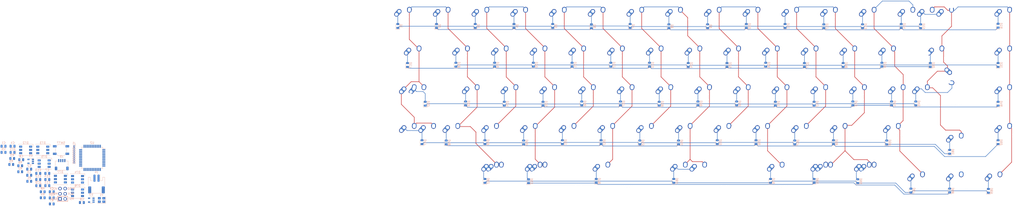
<source format=kicad_pcb>
(kicad_pcb (version 20210228) (generator pcbnew)
  (layers (0 "F.Cu" signal) (31 "B.Cu" signal) (34 "B.Paste" user) (35 "F.Paste" user) (36 "B.SilkS" user "B.Silkscreen") (37 "F.SilkS" user "F.Silkscreen") (38 "B.Mask" user) (39 "F.Mask" user) (44 "Edge.Cuts" user))
  (net 0 "")
  (net 1 "GND")
  (net 2 "XTAL1")
  (net 3 "XTAL2")
  (net 4 "Net-(C3-Pad1)")
  (net 5 "+3V3")
  (net 6 "VBUS")
  (net 7 "Net-(C7-Pad1)")
  (net 8 "VBAT")
  (net 9 "Net-(D1-Pad2)")
  (net 10 "row0")
  (net 11 "Net-(D2-Pad2)")
  (net 12 "Net-(D3-Pad2)")
  (net 13 "Net-(D4-Pad2)")
  (net 14 "Net-(D5-Pad2)")
  (net 15 "Net-(D6-Pad2)")
  (net 16 "Net-(D7-Pad2)")
  (net 17 "Net-(D8-Pad2)")
  (net 18 "Net-(D9-Pad2)")
  (net 19 "Net-(D10-Pad2)")
  (net 20 "Net-(D11-Pad2)")
  (net 21 "Net-(D12-Pad2)")
  (net 22 "Net-(D13-Pad2)")
  (net 23 "Net-(D14-Pad2)")
  (net 24 "Net-(D15-Pad2)")
  (net 25 "Net-(D16-Pad2)")
  (net 26 "Net-(D17-Pad2)")
  (net 27 "row2")
  (net 28 "Net-(D18-Pad2)")
  (net 29 "row3")
  (net 30 "Net-(D19-Pad2)")
  (net 31 "Net-(D20-Pad2)")
  (net 32 "Net-(D21-Pad2)")
  (net 33 "Net-(D22-Pad2)")
  (net 34 "Net-(D23-Pad2)")
  (net 35 "Net-(D24-Pad2)")
  (net 36 "Net-(D25-Pad2)")
  (net 37 "Net-(D26-Pad2)")
  (net 38 "Net-(D27-Pad2)")
  (net 39 "Net-(D28-Pad2)")
  (net 40 "Net-(D29-Pad2)")
  (net 41 "Net-(D30-Pad2)")
  (net 42 "Net-(D31-Pad2)")
  (net 43 "Net-(D32-Pad2)")
  (net 44 "row4")
  (net 45 "Net-(D33-Pad2)")
  (net 46 "row5")
  (net 47 "Net-(D34-Pad2)")
  (net 48 "Net-(D35-Pad2)")
  (net 49 "Net-(D36-Pad2)")
  (net 50 "Net-(D37-Pad2)")
  (net 51 "Net-(D38-Pad2)")
  (net 52 "Net-(D39-Pad2)")
  (net 53 "Net-(D40-Pad2)")
  (net 54 "Net-(D41-Pad2)")
  (net 55 "Net-(D42-Pad2)")
  (net 56 "Net-(D43-Pad2)")
  (net 57 "Net-(D44-Pad2)")
  (net 58 "Net-(D45-Pad2)")
  (net 59 "Net-(D46-Pad2)")
  (net 60 "Net-(D47-Pad2)")
  (net 61 "row6")
  (net 62 "Net-(D48-Pad2)")
  (net 63 "row7")
  (net 64 "Net-(D49-Pad2)")
  (net 65 "Net-(D50-Pad2)")
  (net 66 "Net-(D51-Pad2)")
  (net 67 "Net-(D52-Pad2)")
  (net 68 "Net-(D53-Pad2)")
  (net 69 "Net-(D54-Pad2)")
  (net 70 "Net-(D55-Pad2)")
  (net 71 "Net-(D56-Pad2)")
  (net 72 "Net-(D57-Pad2)")
  (net 73 "Net-(D58-Pad2)")
  (net 74 "Net-(D59-Pad2)")
  (net 75 "Net-(D60-Pad2)")
  (net 76 "Net-(D61-Pad2)")
  (net 77 "Net-(D62-Pad2)")
  (net 78 "row9")
  (net 79 "Net-(D63-Pad2)")
  (net 80 "row8")
  (net 81 "Net-(D64-Pad2)")
  (net 82 "Net-(D65-Pad2)")
  (net 83 "Net-(D66-Pad2)")
  (net 84 "Net-(D67-Pad2)")
  (net 85 "Net-(D68-Pad2)")
  (net 86 "Net-(D69-Pad2)")
  (net 87 "Net-(D71-Pad1)")
  (net 88 "Net-(D72-Pad1)")
  (net 89 "Net-(D72-Pad2)")
  (net 90 "Net-(D73-Pad1)")
  (net 91 "Net-(D74-Pad1)")
  (net 92 "Net-(D75-Pad1)")
  (net 93 "Net-(D76-Pad1)")
  (net 94 "SCK")
  (net 95 "MISO")
  (net 96 "MOSI")
  (net 97 "CS")
  (net 98 "IRQ")
  (net 99 "RST")
  (net 100 "D-")
  (net 101 "D+")
  (net 102 "Net-(R1-Pad2)")
  (net 103 "Net-(R2-Pad2)")
  (net 104 "Net-(R3-Pad1)")
  (net 105 "Net-(R4-Pad1)")
  (net 106 "Net-(R5-Pad2)")
  (net 107 "Net-(R7-Pad1)")
  (net 108 "RGB_PIN")
  (net 109 "col0")
  (net 110 "col1")
  (net 111 "col2")
  (net 112 "col3")
  (net 113 "col4")
  (net 114 "col5")
  (net 115 "col6")
  (net 116 "col7")
  (net 117 "row1")
  (net 118 "Net-(D78-Pad2)")
  (net 119 "Net-(D79-Pad2)")
  (footprint "MX_Alps_Hybrid:MX-1.25U-NoLED" (layer "F.Cu") (at 40.48125 141.2875)
    (fp_text reference "SW65")
    (fp_text value "L Super 1.25u")
  )
  (footprint "MX_Alps_Hybrid:MX-1U-NoLED" (layer "F.Cu") (at 14.2875 65.0875)
    (fp_text reference "SW2")
    (fp_text value "1")
  )
  (footprint "MX_Alps_Hybrid:MX-1U-NoLED" (layer "F.Cu") (at 223.8375 65.0875)
    (fp_text reference "SW13")
    (fp_text value "=")
  )
  (footprint "MX_Alps_Hybrid:MX-6.25U-ReversedStabilizers-NoLED" (layer "F.Cu") (at 130.96875 141.2875)
    (fp_text reference "SW71")
    (fp_text value "Space 6.25u")
  )
  (footprint "MX_Alps_Hybrid:MX-1U-NoLED" (layer "F.Cu") (at -4.7625 65.0875)
    (fp_text reference "SW1")
    (fp_text value "Esc")
  )
  (footprint "MX_Alps_Hybrid:MX-1.25U-NoLED" (layer "F.Cu") (at 178.59375 141.2875)
    (fp_text reference "SW81")
    (fp_text value "Mod R 1.25u")
  )
  (footprint "MX_Alps_Hybrid:MX-1U-NoLED" (layer "F.Cu") (at 200.025 103.1875)
    (fp_text reference "SW44")
    (fp_text value ";")
  )
  (footprint "MX_Alps_Hybrid:MX-1U-NoLED" (layer "F.Cu") (at 223.8375 141.2875)
    (fp_text reference "SW73")
    (fp_text value "R Super 1u")
  )
  (footprint "MX_Alps_Hybrid:MX-1U-NoLED" (layer "F.Cu") (at 133.35 122.2375)
    (fp_text reference "SW57")
    (fp_text value "N")
  )
  (footprint "MX_Alps_Hybrid:MX-1U-NoLED" (layer "F.Cu") (at 66.675 103.1875)
    (fp_text reference "SW37")
    (fp_text value "D")
  )
  (footprint "MX_Alps_Hybrid:MX-1U-NoLED" (layer "F.Cu") (at 23.8125 84.1375)
    (fp_text reference "SW19")
    (fp_text value "Q")
  )
  (footprint "MX_Alps_Hybrid:MX-1U-NoLED" (layer "F.Cu") (at 266.7 127)
    (fp_text reference "SW64")
    (fp_text value "Up arrow")
  )
  (footprint "MX_Alps_Hybrid:MX-1U-NoLED" (layer "F.Cu") (at 47.625 103.1875)
    (fp_text reference "SW36")
    (fp_text value "S")
  )
  (footprint "MX_Alps_Hybrid:MX-1.25U-NoLED" (layer "F.Cu") (at -2.38125 122.2375)
    (fp_text reference "SW49")
    (fp_text value "Shift 1.25 ISO")
  )
  (footprint "MX_Alps_Hybrid:MX-1U-NoLED" (layer "F.Cu") (at 290.5125 65.0875)
    (fp_text reference "SW16")
    (fp_text value "Col R1")
  )
  (footprint "MX_Alps_Hybrid:MX-1U-NoLED" (layer "F.Cu") (at 290.5125 84.1375)
    (fp_text reference "SW32")
    (fp_text value "Col R2")
  )
  (footprint "MX_Alps_Hybrid:MX-1.5U-NoLED" (layer "F.Cu") (at 257.175 84.1375)
    (fp_text reference "SW31")
    (fp_text value "\\ 1.5u")
  )
  (footprint "MX_Alps_Hybrid:MX-1U-NoLED" (layer "F.Cu") (at 209.55 122.2375)
    (fp_text reference "SW61")
    (fp_text value "/")
  )
  (footprint "MX_Alps_Hybrid:MX-1.5U-NoLED" (layer "F.Cu") (at 0 84.1375)
    (fp_text reference "SW18")
    (fp_text value "Tab")
  )
  (footprint "MX_Alps_Hybrid:MX-1U-NoLED" (layer "F.Cu") (at 114.3 122.2375)
    (fp_text reference "SW56")
    (fp_text value "B")
  )
  (footprint "MX_Alps_Hybrid:MX-1U-NoLED" (layer "F.Cu") (at 104.775 103.1875)
    (fp_text reference "SW39")
    (fp_text value "G")
  )
  (footprint "MX_Alps_Hybrid:MX-1U-NoLED" (layer "F.Cu") (at 180.975 103.1875)
    (fp_text reference "SW43")
    (fp_text value "L")
  )
  (footprint "MX_Alps_Hybrid:MX-1U-NoLED" (layer "F.Cu") (at 247.65 146.05)
    (fp_text reference "SW74")
    (fp_text value "Left arrow")
  )
  (footprint "MX_Alps_Hybrid:MX-2.75U-ReversedStabilizers-NoLED" (layer "F.Cu") (at 140.49375 141.2875)
    (fp_text reference "SW79")
    (fp_text value "Split Space R 2.75u")
  )
  (footprint "MX_Alps_Hybrid:MX-1U-NoLED" (layer "F.Cu") (at 128.5875 65.0875)
    (fp_text reference "SW8")
    (fp_text value "7")
  )
  (footprint "MX_Alps_Hybrid:MX-2.25U-ReversedStabilizers-NoLED" (layer "F.Cu") (at 92.86875 141.2875)
    (fp_text reference "SW80")
    (fp_text value "Split Space L 2.25u")
  )
  (footprint "MX_Alps_Hybrid:MX-1U-NoLED" (layer "F.Cu") (at 261.9375 65.0875)
    (fp_text reference "SW17")
    (fp_text value "Backtick 1u")
  )
  (footprint "MX_Alps_Hybrid:MX-1U-NoLED" (layer "F.Cu") (at 219.075 103.1875)
    (fp_text reference "SW45")
    (fp_text value "'")
  )
  (footprint "MX_Alps_Hybrid:MX-1U-NoLED" (layer "F.Cu") (at 28.575 103.1875)
    (fp_text reference "SW35")
    (fp_text value "A")
  )
  (footprint "MX_Alps_Hybrid:MX-1U-NoLED" (layer "F.Cu") (at 290.5125 122.2375)
    (fp_text reference "SW63")
    (fp_text value "Col R4")
  )
  (footprint "MX_Alps_Hybrid:MX-1U-NoLED" (layer "F.Cu") (at 200.025 141.2875)
    (fp_text reference "SW67")
    (fp_text value "R Alt 1u")
  )
  (footprint "MX_Alps_Hybrid:MX-1U-NoLED" (layer "F.Cu") (at 61.9125 84.1375)
    (fp_text reference "SW21")
    (fp_text value "E")
  )
  (footprint "MX_Alps_Hybrid:MX-1U-NoLED" (layer "F.Cu") (at 166.6875 65.0875)
    (fp_text reference "SW10")
    (fp_text value "9")
  )
  (footprint "MX_Alps_Hybrid:MX-1U-NoLED" (layer "F.Cu") (at 42.8625 84.1375)
    (fp_text reference "SW20")
    (fp_text value "W")
  )
  (footprint "MX_Alps_Hybrid:MX-1U-NoLED" (layer "F.Cu") (at 19.05 122.2375)
    (fp_text reference "SW51")
    (fp_text value "<> ISO")
  )
  (footprint "MX_Alps_Hybrid:MX-1U-NoLED" (layer "F.Cu") (at 185.7375 65.0875)
    (fp_text reference "SW11")
    (fp_text value "0")
  )
  (footprint "MX_Alps_Hybrid:MX-1U-NoLED" (layer "F.Cu") (at 147.6375 65.0875)
    (fp_text reference "SW9")
    (fp_text value "8")
  )
  (footprint "MX_Alps_Hybrid:MX-1U-NoLED" (layer "F.Cu") (at 95.25 122.2375)
    (fp_text reference "SW55")
    (fp_text value "V")
  )
  (footprint "MX_Alps_Hybrid:MX-ISO-ReversedStabilizers-NoLED" (layer "F.Cu") (at 259.55625 93.6625)
    (fp_text reference "SW33")
    (fp_text value "Enter ISO")
  )
  (footprint "MX_Alps_Hybrid:MX-1.25U-NoLED" (layer "F.Cu") (at -2.38125 103.1875)
    (fp_text reference "SW78")
    (fp_text value "CapsLock Stepped")
  )
  (footprint "MX_Alps_Hybrid:MX-1U-NoLED" (layer "F.Cu") (at 100.0125 84.1375)
    (fp_text reference "SW23")
    (fp_text value "T")
  )
  (footprint "MX_Alps_Hybrid:MX-1U-NoLED" (layer "F.Cu") (at 61.9125 141.2875)
    (fp_text reference "SW66")
    (fp_text value "L Alt 1u")
  )
  (footprint "MX_Alps_Hybrid:MX-1U-NoLED" (layer "F.Cu") (at 142.875 103.1875)
    (fp_text reference "SW41")
    (fp_text value "J")
  )
  (footprint "MX_Alps_Hybrid:MX-1U-NoLED" (layer "F.Cu") (at 152.4 122.2375)
    (fp_text reference "SW58")
    (fp_text value "M")
  )
  (footprint "MX_Alps_Hybrid:MX-1U-NoLED" (layer "F.Cu") (at 290.5125 103.1875)
    (fp_text reference "SW48")
    (fp_text value "Col R3")
  )
  (footprint "MX_Alps_Hybrid:MX-1U-NoLED" (layer "F.Cu") (at 285.75 146.05)
    (fp_text reference "SW76")
    (fp_text value "Right arrow")
  )
  (footprint "MX_Alps_Hybrid:MX-1.75U-NoLED" (layer "F.Cu") (at 235.74375 122.2375)
    (fp_text reference "SW62")
    (fp_text value "Shift 1.75")
  )
  (footprint "MX_Alps_Hybrid:MX-1U-NoLED" (layer "F.Cu") (at 190.5 122.2375)
    (fp_text reference "SW60")
    (fp_text value ">")
  )
  (footprint "MX_Alps_Hybrid:MX-1.75U-NoLED" (layer "F.Cu") (at 2.38125 103.1875)
    (fp_text reference "SW34")
    (fp_text value "CapsLock")
  )
  (footprint "MX_Alps_Hybrid:MX-1U-NoLED" (layer "F.Cu") (at 171.45 122.2375)
    (fp_text reference "SW59")
    (fp_text value "<")
  )
  (footprint "MX_Alps_Hybrid:MX-1U-NoLED" (layer "F.Cu") (at 57.15 122.2375)
    (fp_text reference "SW53")
    (fp_text value "X")
  )
  (footprint "MX_Alps_Hybrid:MX-1U-NoLED" (layer "F.Cu") (at 233.3625 84.1375)
    (fp_text reference "SW30")
    (fp_text value "]")
  )
  (footprint "MX_Alps_Hybrid:MX-2.25U-ReversedStabilizers-NoLED" (layer "F.Cu") (at 250.03125 103.1875)
    (fp_text reference "SW47")
    (fp_text value "Enter")
  )
  (footprint "MX_Alps_Hybrid:MX-2U-NoLED" (layer "F.Cu") (at 252.4125 65.0875)
    (fp_text reference "SW15")
    (fp_text value "Backspace")
  )
  (footprint "MX_Alps_Hybrid:MX-1U-NoLED" (layer "F.Cu") (at 119.0625 84.1375)
    (fp_text reference "SW24")
    (fp_text value "Y")
  )
  (footprint "MX_Alps_Hybrid:MX-1U-NoLED" (layer "F.Cu") (at 157.1625 84.1375)
    (fp_text reference "SW26")
    (fp_text value "I")
  )
  (footprint "MX_Alps_Hybrid:MX-1U-NoLED" (layer "F.Cu") (at 138.1125 84.1375)
    (fp_text reference "SW25")
    (fp_text value "U")
  )
  (footprint "MX_Alps_Hybrid:MX-1U-NoLED" (layer "F.Cu") (at 161.925 103.1875)
    (fp_text reference "SW42")
    (fp_text value "K")
  )
  (footprint "MX_Alps_Hybrid:MX-1U-NoLED" (layer "F.Cu") (at 38.1 141.2875)
    (fp_text reference "SW69")
    (fp_text value "L Super 1u")
  )
  (footprint "MX_Alps_Hybrid:MX-1U-NoLED" (layer "F.Cu") (at 52.3875 65.0875)
    (fp_text reference "SW4")
    (fp_text value "3")
  )
  (footprint "MX_Alps_Hybrid:MX-1U-NoLED" (layer "F.Cu") (at 214.3125 84.1375)
    (fp_text reference "SW29")
    (fp_text value "[")
  )
  (footprint "MX_Alps_Hybrid:MX-1U-NoLED" (layer "F.Cu") (at 238.125 103.1875)
    (fp_text reference "SW46")
    (fp_text value "\\ ISO")
  )
  (footprint "MX_Alps_Hybrid:MX-1U-NoLED" (layer "F.Cu") (at 80.9625 84.1375)
    (fp_text reference "SW22")
    (fp_text value "R")
  )
  (footprint "MX_Alps_Hybrid:MX-1U-NoLED" (layer "F.Cu") (at 71.4375 65.0875)
    (fp_text reference "SW5")
    (fp_text value "4")
  )
  (footprint "MX_Alps_Hybrid:MX-1U-NoLED" (layer "F.Cu") (at 176.2125 84.1375)
    (fp_text reference "SW27")
    (fp_text value "O")
  )
  (footprint "MX_Alps_Hybrid:MX-1.25U-NoLED" (layer "F.Cu") (at 221.45625 141.2875)
    (fp_text reference "SW68")
    (fp_text value "R Super 1.25u")
  )
  (footprint "MX_Alps_Hybrid:MX-1U-NoLED" (layer "F.Cu") (at 123.825 103.1875)
    (fp_text reference "SW40")
    (fp_text value "H")
  )
  (footprint "MX_Alps_Hybrid:MX-1U-NoLED" (layer "F.Cu") (at 195.2625 84.1375)
    (fp_text reference "SW28")
    (fp_text value "P")
  )
  (footprint "MX_Alps_Hybrid:MX-1.25U-NoLED" (layer "F.Cu") (at 59.53125 141.2875)
    (fp_text reference "SW70")
    (fp_text value "L Alt 1.25u")
  )
  (footprint "MX_Alps_Hybrid:MX-1U-NoLED" (layer "F.Cu") (at 204.7875 65.0875)
    (fp_text reference "SW12")
    (fp_text value "-")
  )
  (footprint "MX_Alps_Hybrid:MX-1U-NoLED" (layer "F.Cu") (at 266.7 146.05)
    (fp_text reference "SW75")
    (fp_text value "Down arrow")
  )
  (footprint "MX_Alps_Hybrid:MX-1U-NoLED" (layer "F.Cu") (at 38.1 122.2375)
    (fp_text reference "SW52")
    (fp_text value "Z")
  )
  (footprint "MX_Alps_Hybrid:MX-1U-NoLED" (layer "F.Cu") (at 242.8875 65.0875)
    (fp_text reference "SW14")
    (fp_text value "\\ 1u")
  )
  (footprint "MX_Alps_Hybrid:MX-1U-NoLED" (layer "F.Cu") (at 85.725 103.1875)
    (fp_text reference "SW38")
    (fp_text value "F")
  )
  (footprint "MX_Alps_Hybrid:MX-2.25U-ReversedStabilizers-NoLED" (layer "F.Cu") (at 7.14375 122.2375)
    (fp_text reference "SW50")
    (fp_text value "Shift 2.25")
  )
  (footprint "MX_Alps_Hybrid:MX-1.25U-NoLED" (layer "F.Cu") (at 202.40625 141.2875)
    (fp_text reference "SW72")
    (fp_text value "R Alt 1.25u")
  )
  (footprint "MX_Alps_Hybrid:MX-1U-NoLED" (layer "F.Cu") (at 109.5375 65.0875)
    (fp_text reference "SW7")
    (fp_text value "6")
  )
  (footprint "MX_Alps_Hybrid:MX-1U-NoLED" (layer "F.Cu") (at 90.4875 65.0875)
    (fp_text reference "SW6")
    (fp_text value "5")
  )
  (footprint "MX_Alps_Hybrid:MX-1U-NoLED" (layer "F.Cu") (at 76.2 122.2375)
    (fp_text reference "SW54")
    (fp_text value "C")
  )
  (footprint "MX_Alps_Hybrid:MX-1U-NoLED" (layer "F.Cu") (at 33.3375 65.0875)
    (fp_text reference "SW3")
    (fp_text value "2")
  )
  (footprint "Diode_SMD:D_0805_2012Metric" (layer "B.Cu") (at 34.925 144.4625 90)
    (fp_text reference "D62")
    (fp_text value "D_Small")
  )
  (footprint "Diode_SMD:D_0805_2012Metric" (layer "B.Cu") (at 56.35625 144.60625 90)
    (fp_text reference "D63")
    (fp_text value "D_Small")
  )
  (footprint "Connector_PinHeader_1.00mm:PinHeader_1x09_P1.00mm_Vertical" (layer "B.Cu") (at -167.15125 127.44375 180)
    (fp_text reference "J1")
    (fp_text value "BT LE")
  )
  (footprint "Diode_SMD:D_0805_2012Metric" (layer "B.Cu") (at 287.3375 87.45625 90)
    (fp_text reference "D31")
    (fp_text value "D_Small")
  )
  (footprint "Diode_SMD:D_0805_2012Metric" (layer "B.Cu") (at 58.7375 87.3125 90)
    (fp_text reference "D20")
    (fp_text value "D_Small")
  )
  (footprint "Diode_SMD:D_0805_2012Metric" (layer "B.Cu") (at 153.9875 87.45625 90)
    (fp_text reference "D25")
    (fp_text value "D_Small")
  )
  (footprint "Diode_SMD:D_0805_2012Metric" (layer "B.Cu") (at -7.9375 68.2625 90)
    (fp_text reference "D1")
    (fp_text value "D_Small")
  )
  (footprint "Diode_SMD:D_0805_2012Metric" (layer "B.Cu") (at 177.8 106.50625 90)
    (fp_text reference "D41")
    (fp_text value "D_Small")
  )
  (footprint "Diode_SMD:D_0805_2012Metric" (layer "B.Cu") (at 158.75 106.3625 90)
    (fp_text reference "D40")
    (fp_text value "D_Small")
  )
  (footprint "Diode_SMD:D_0805_2012Metric" (layer "B.Cu") (at 115.8875 87.3125 90)
    (fp_text reference "D23")
    (fp_text value "D_Small")
  )
  (footprint "Diode_SMD:D_0805_2012Metric" (layer "B.Cu") (at 106.3625 68.2625 90)
    (fp_text reference "D7")
    (fp_text value "D_Small")
  )
  (footprint "LED_SMD:LED_0805_2012Metric" (layer "B.Cu") (at -197.46125 130.44875 180)
    (fp_text reference "D71")
    (fp_text value "LED")
  )
  (footprint "Diode_SMD:D_0805_2012Metric" (layer "B.Cu") (at 263.525 130.175 90)
    (fp_text reference "D61")
    (fp_text value "D_Small")
  )
  (footprint "Diode_SMD:D_0805_2012Metric" (layer "B.Cu") (at 215.9 106.3625 90)
    (fp_text reference "D43")
    (fp_text value "D_Small")
  )
  (footprint "Capacitor_SMD:C_0805_2012Metric" (layer "B.Cu") (at -180.34125 143.80375 180)
    (fp_text reference "C14")
    (fp_text value "100nF")
  )
  (footprint "Diode_SMD:D_0805_2012Metric" (layer "B.Cu") (at 89.69375 144.4625 90)
    (fp_text reference "D78")
    (fp_text value "D_Small")
  )
  (footprint "Diode_SMD:D_0805_2012Metric" (layer "B.Cu") (at 125.4125 68.40625 90)
    (fp_text reference "D8")
    (fp_text value "D_Small")
  )
  (footprint "Capacitor_SMD:C_0805_2012Metric" (layer "B.Cu") (at -180.34125 140.79375 180)
    (fp_text reference "C7")
    (fp_text value "1u")
  )
  (footprint "Diode_SMD:D_0805_2012Metric" (layer "B.Cu") (at 163.5125 68.2625 90)
    (fp_text reference "D10")
    (fp_text value "D_Small")
  )
  (footprint "Diode_SMD:D_0805_2012Metric" (layer "B.Cu") (at 232.56875 125.55625 90)
    (fp_text reference "D59")
    (fp_text value "D_Small")
  )
  (footprint "Diode_SMD:D_0805_2012Metric" (layer "B.Cu") (at 120.65 106.50625 90)
    (fp_text reference "D38")
    (fp_text value "D_Small")
  )
  (footprint "Diode_SMD:D_0805_2012Metric" (layer "B.Cu") (at 134.9375 87.45625 90)
    (fp_text reference "D24")
    (fp_text value "D_Small")
  )
  (footprint "Diode_SMD:D_0805_2012Metric" (layer "B.Cu") (at 15.875 125.55625 90)
    (fp_text reference "D48")
    (fp_text value "D_Small")
  )
  (footprint "LED_SMD:LED_WS2812_PLCC6_5.0x5.0mm_P1.6mm" (layer "B.Cu") (at -181.88625 135.97875 180)
    (fp_text reference "D75")
    (fp_text value "WS2812")
  )
  (footprint "Capacitor_SMD:C_0805_2012Metric" (layer "B.Cu") (at -180.34125 146.81375 180)
    (fp_text reference "C11")
    (fp_text value "0.1u")
  )
  (footprint "Diode_SMD:D_0805_2012Metric" (layer "B.Cu") (at 173.0375 87.3125 90)
    (fp_text reference "D26")
    (fp_text value "D_Small")
  )
  (footprint "Capacitor_SMD:C_0805_2012Metric" (layer "B.Cu") (at -201.89125 130.43375 180)
    (fp_text reference "C5")
    (fp_text value "1u")
  )
  (footprint "Diode_SMD:D_0805_2012Metric" (layer "B.Cu") (at 130.175 125.55625 90)
    (fp_text reference "D54")
    (fp_text value "D_Small")
  )
  (footprint "Diode_SMD:D_0805_2012Metric" (layer "B.Cu") (at 87.3125 68.40625 90)
    (fp_text reference "D6")
    (fp_text value "D_Small")
  )
  (footprint "Connector_JST:JST_SH_SM04B-SRSS-TB_1x04-1MP_P1.00mm_Horizontal" (layer "B.Cu") (at -173.25125 136.47375 180)
    (fp_text reference "J3")
    (fp_text value "JST")
  )
  (footprint "Capacitor_SMD:C_0805_2012Metric" (layer "B.Cu") (at -189.24125 141.70375 180)
    (fp_text reference "C3")
    (fp_text value "1u")
  )
  (footprint "Diode_SMD:D_0805_2012Metric" (layer "B.Cu") (at 39.6875 87.3125 90)
    (fp_text reference "D19")
    (fp_text value "D_Small")
  )
  (footprint "Diode_SMD:D_0805_2012Metric" (layer "B.Cu") (at 187.325 125.55625 90)
    (fp_text reference "D57")
    (fp_text value "D_Small")
  )
  (footprint "Button_Switch_SMD:SW_SPST_SKQG_WithStem" (layer "B.Cu") (at -173.60125 129.29375 180)
    (fp_text reference "SW77")
    (fp_text value "SW_Push")
  )
  (footprint "Diode_SMD:D_0805_2012Metric" (layer "B.Cu") (at -184.81125 146.82875 180)
    (fp_text reference "D70")
    (fp_text value "D_Small")
  )
  (footprint "Diode_SMD:D_0805_2012Metric" (layer "B.Cu") (at 111.125 125.55625 90)
    (fp_text reference "D53")
    (fp_text value "D_Small")
  )
  (footprint "Diode_SMD:D_0805_2012Metric" (layer "B.Cu") (at 196.85 144.4625 90)
    (fp_text reference "D65")
    (fp_text value "D_Small")
  )
  (footprint "Diode_SMD:D_0805_2012Metric" (layer "B.Cu") (at 230.1875 87.3125 90)
    (fp_text reference "D29")
    (fp_text value "D_Small")
  )
  (footprint "Diode_SMD:D_0805_2012Metric" (layer "B.Cu") (at 139.7 106.3625 90)
    (fp_text reference "D39")
    (fp_text value "D_Small")
  )
  (footprint "Diode_SMD:D_0805_2012Metric" (layer "B.Cu") (at 144.4625 68.40625 90)
    (fp_text reference "D9")
    (fp_text value "D_Small")
  )
  (footprint "Diode_SMD:D_0805_2012Metric" (layer "B.Cu") (at 287.3375 106.50625 90)
    (fp_text reference "D46")
    (fp_text value "D_Small")
  )
  (footprint "Diode_SMD:D_0805_2012Metric" (layer "B.Cu") (at 206.375 125.4125 90)
    (fp_text reference "D58")
    (fp_text value "D_Small")
  )
  (footprint "Capacitor_SMD:C_0805_2012Metric" (layer "B.Cu") (at -184.79125 140.79375 180)
    (fp_text reference "C13")
    (fp_text value "10u")
  )
  (footprint "Resistor_SMD:R_0805_2012Metric" (layer "B.Cu") (at -197.60125 133.44375 180)
    (fp_text reference "R3")
    (fp_text value "100k")
  )
  (footprint "Diode_SMD:D_0805_2012Metric" (layer "B.Cu") (at 101.6 106.3625 90)
    (fp_text reference "D37")
    (fp_text value "D_Small")
  )
  (footprint "Diode_SMD:D_0805_2012Metric" (layer "B.Cu") (at 282.575 149.36875 90)
    (fp_text reference "D69")
    (fp_text value "D_Small")
  )
  (footprint "Random_Keyb_Parts:Reset_Pretty" (layer "B.Cu") (at -172.82125 150.78875 180)
    (fp_text reference "J2")
    (fp_text value "AVR-ISP-6")
  )
  (footprint "Diode_SMD:D_0805_2012Metric" (layer "B.Cu") (at 92.075 125.4125 90)
    (fp_text reference "D52")
    (fp_text value "D_Small")
  )
  (footprint "Diode_SMD:D_0805_2012Metric" (layer "B.Cu") (at 263.525 149.225 90)
    (fp_text reference "D68")
    (fp_text value "D_Small")
  )
  (footprint "Capacitor_SMD:C_0805_2012Metric" (layer "B.Cu") (at -178.17125 152.83375 180)
    (fp_text reference "C10")
    (fp_text value "0.1u")
  )
  (footprint "Resistor_SMD:R_0805_2012Metric" (layer "B.Cu") (at -182.60125 152.77375 180)
    (fp_text reference "R4")
    (fp_text value "10k")
  )
  (footprint "Diode_SMD:D_0805_2012Metric" (layer "B.Cu") (at 3.96875 125.4125 90)
    (fp_text reference "D47")
    (fp_text value "D_Small")
  )
  (footprint "Diode_SMD:D_0805_2012Metric" (layer "B.Cu") (at 149.225 125.4125 90)
    (fp_text reference "D55")
    (fp_text value "D_Small")
  )
  (footprint "Diode_SMD:D_0805_2012Metric" (layer "B.Cu") (at 254 87.45625 90)
    (fp_text reference "D30")
    (fp_text value "D_Small")
  )
  (footprint "LED_SMD:LED_WS2812_PLCC6_5.0x5.0mm_P1.6mm" (layer "B.Cu") (at -182.58625 129.22875 180)
    (fp_text reference "D73")
    (fp_text value "WS2812")
  )
  (footprint "Diode_SMD:D_0805_2012Metric" (layer "B.Cu") (at 218.28125 144.60625 90)
    (fp_text reference "D66")
    (fp_text value "D_Small")
  )
  (footprint "Resistor_SMD:R_0805_2012Metric" (layer "B.Cu") (at -198.08125 136.39375 180)
    (fp_text reference "R5")
    (fp_text value "1k")
  )
  (footprint "Capacitor_SMD:C_0805_2012Metric" (layer "B.Cu") (at -197.44125 127.42375 180)
    (fp_text reference "C4")
    (fp_text value "10u")
  )
  (footprint "Diode_SMD:D_0805_2012Metric" (layer "B.Cu") (at -3.175 87.45625 90)
    (fp_text reference "D17")
    (fp_text value "D_Small")
  )
  (footprint "Package_QFP:TQFP-44_10x10mm_P0.8mm" (layer "B.Cu") (at -158.25125 133.14375 180)
    (fp_text reference "U2")
    (fp_text value "ATmega32U4-AU")
  )
  (footprint "Capacitor_SMD:C_0805_2012Metric" (layer "B.Cu") (at -189.24125 138.69375 180)
    (fp_text reference "C2")
    (fp_text value "22p")
  )
  (footprint "Diode_SMD:D_0805_2012Metric" (layer "B.Cu") (at 30.1625 68.2625 90)
    (fp_text reference "D3")
    (fp_text value "D_Small")
  )
  (footprint "Diode_SMD:D_0805_2012Metric" (layer "B.Cu") (at 175.41875 144.4625 90)
    (fp_text reference "D79")
    (fp_text value "D_Small")
  )
  (footprint "LED_SMD:LED_WS2812_PLCC6_5.0x5.0mm_P1.6mm" (layer "B.Cu") (at -165.48625 143.67875 180)
    (fp_text reference "D74")
    (fp_text value "WS2812")
  )
  (footprint "Diode_SMD:D_0805_2012Metric" (layer "B.Cu") (at 196.85 106.50625 90)
    (fp_text reference "D42")
    (fp_text value "D_Small")
  )
  (footprint "Diode_SMD:D_0805_2012Metric" (layer "B.Cu") (at 20.6375 87.3125 90)
    (fp_text reference "D18")
    (fp_text value "D_Small")
  )
  (footprint "Diode_SMD:D_0805_2012Metric" (layer "B.Cu") (at 234.95 106.3625 90)
    (fp_text reference "D44")
    (fp_text value "D_Small")
  )
  (footprint "Diode_SMD:D_0805_2012Metric" (layer "B.Cu") (at 287.3375 68.11875 90)
    (fp_text reference "D16")
    (fp_text value "D_Small")
  )
  (footprint "Diode_SMD:D_0805_2012Metric" (layer "B.Cu") (at 246.85625 106.3625 90)
    (fp_text reference "D45")
    (fp_text value "D_Small")
  )
  (footprint "Crystal:Crystal_SMD_3225-4Pin_3.2x2.5mm" (layer "B.Cu") (at -153.65125 153.84375 180)
    (fp_text reference "Y1")
    (fp_text value "XTAL")
  )
  (footprint "Capacitor_SMD:C_0805_2012Metric" (layer "B.Cu") (at -193.17125 134.04375 180)
    (fp_text reference "C8")
    (fp_text value "0.1u")
  )
  (footprint "Diode_SMD:D_0805_2012Metric" (layer "B.Cu") (at 192.0875 87.45625 90)
    (fp_text reference "D27")
    (fp_text value "D_Small")
  )
  (footprint "Diode_SMD:D_0805_2012Metric" (layer "B.Cu") (at 211.1375 87.45625 90)
    (fp_text reference "D28")
    (fp_text value "D_Small")
  )
  (footprint "Capacitor_SMD:C_0805_2012Metric" (layer "B.Cu") (at -178.17125 149.82375 180)
    (fp_text reference "C9")
    (fp_text value "0.1u")
  )
  (footprint "Diode_SMD:D_0805_2012Metric" (layer "B.Cu") (at 44.45 106.50625 90)
    (fp_text reference "D34")
    (fp_text value "D_Small")
  )
  (footprint "Diode_SMD:D_0805_2012Metric" (layer "B.Cu") (at 34.925 125.4125 90)
    (fp_text reference "D49")
    (fp_text value "D_Small")
  )
  (footprint "Diode_SMD:D_0805_2012Metric" (layer "B.Cu") (at 127.79375 144.4625 90)
    (fp_text reference "D64")
    (fp_text value "D_Small")
  )
  (footprint "Diode_SMD:D_0805_2012Metric" (layer "B.Cu") (at 53.975 125.55625 90)
    (fp_text reference "D50")
    (fp_text value "D_Small")
  )
  (footprint "Diode_SMD:D_0805_2012Metric" (layer "B.Cu") (at 244.475 149.225 90)
    (fp_text reference "D67")
    (fp_text value "D_Small")
  )
  (footprint "Capacitor_SMD:C_0805_2012Metric" (layer "B.Cu") (at -184.79125 143.80375 180)
    (fp_text reference "C12")
    (fp_text value "10u")
  )
  (footprint "Diode_SMD:D_0805_2012Metric" (layer "B.Cu") (at 168.275 125.4125 90)
    (fp_text reference "D56")
    (fp_text value "D_Small")
  )
  (footprint "Diode_SMD:D_0805_2012Metric" (layer "B.Cu") (at 5.55625 106.50625 90)
    (fp_text reference "D32")
    (fp_text value "D_Small")
  )
  (footprint "Resistor_SMD:R_0805_2012Metric" (layer "B.Cu") (at -182.60125 149.82375 180)
    (fp_text reference "R8")
    (fp_text value "480")
  )
  (footprint "Diode_SMD:D_0805_2012Metric" (layer "B.Cu") (at 249.2375 68.40625 90)
    (fp_text reference "D15")
    (fp_text value "D_Small")
  )
  (footprint "LED_SMD:LED_WS2812_PLCC6_5.0x5.0mm_P1.6mm" (layer "B.Cu") (at -173.90625 143.58875 180)
    (fp_text reference "D77")
    (fp_text value "WS2812")
  )
  (footprint "Diode_SMD:D_0805_2012Metric" (layer "B.Cu") (at 63.5 106.50625 90)
    (fp_text reference "D35")
    (fp_text value "D_Small")
  )
  (footprint "Package_TO_SOT_SMD:SOT-23-5" (layer "B.Cu") (at -158.70125 153.94375 180)
    (fp_text reference "U3")
    (fp_text value "MCP73831-2-OT")
  )
  (footprint "Diode_SMD:D_0805_2012Metric" (layer "B.Cu") (at 182.5625 68.2625 90)
    (fp_text reference "D11")
    (fp_text value "D_Small")
  )
  (footprint "Capacitor_SMD:C_0805_2012Metric" (layer "B.Cu") (at -201.89125 127.42375 180)
    (fp_text reference "C1")
    (fp_text value "22p")
  )
  (footprint "Diode_SMD:D_0805_2012Metric" (layer "B.Cu") (at 11.1125 68.2625 90)
    (fp_text reference "D2")
    (fp_text value "D_Small")
  )
  (footprint "Package_TO_SOT_SMD:SOT-23-5" (layer "B.Cu") (at -188.52125 134.86375 180)
    (fp_text reference "U1")
    (fp_text value "AP2112K-3.3")
  )
  (footprint "Diode_SMD:D_0805_2012Metric" (layer "B.Cu") (at 201.6125 68.40625 90)
    (fp_text reference "D12")
    (fp_text value "D_Small")
  )
  (footprint "Diode_SMD:D_0805_2012Metric" (layer "B.Cu") (at 287.3375 125.4125 90)
    (fp_text reference "D60")
    (fp_text value "D_Small")
  )
  (footprint "Resistor_SMD:R_0805_2012Metric" (layer "B.Cu") (at -178.15125 155.81375 180)
    (fp_text reference "R7")
    (fp_text value "10k")
  )
  (footprint "Diode_SMD:D_0805_2012Metric" (layer "B.Cu") (at 220.6625 68.40625 90)
    (fp_text reference "D13")
    (fp_text value "D_Small")
  )
  (footprint "Resistor_SMD:R_0805_2012Metric" (layer "B.Cu") (at -193.67125 139.97375 180)
    (fp_text reference "R2")
    (fp_text value "22")
  )
  (footprint "Diode_SMD:D_0805_2012Metric" (layer "B.Cu") (at 96.8375 87.3125 90)
    (fp_text reference "D22")
    (fp_text value "D_Small")
  )
  (footprint "Resistor_SMD:R_0805_2012Metric" (layer "B.Cu") (at -189.22125 144.68375 180)
    (fp_text reference "R1")
    (fp_text value "22")
  )
  (footprint "Diode_SMD:D_0805_2012Metric" (layer "B.Cu") (at 68.2625 68.2625 90)
    (fp_text reference "D5")
    (fp_text value "D_Small")
  )
  (footprint "Diode_SMD:D_0805_2012Metric" (layer "B.Cu") (at 49.2125 68.2625 90)
    (fp_text reference "D4")
    (fp_text value "D_Small")
  )
  (footprint "Connector_JST:JST_PH_S2B-PH-SM4-TB_1x02-1MP_P2.00mm_Horizontal" (layer "B.Cu") (at -156.15125 145.99375 180)
    (fp_text reference "J4")
    (fp_text value "BAT JST")
  )
  (footprint "Diode_SMD:D_0805_2012Metric" (layer "B.Cu") (at 239.7125 68.2625 90)
    (fp_text reference "D14")
    (fp_text value "D_Small")
  )
  (footprint "Diode_SMD:D_0805_2012Metric" (layer "B.Cu") (at 73.025 125.4125 90)
    (fp_text reference "D51")
    (fp_text value "D_Small")
  )
  (footprint "Diode_SMD:D_0805_2012Metric" (layer "B.Cu") (at 82.55 106.3625 90)
    (fp_text reference "D36")
    (fp_text value "D_Small")
  )
  (footprint "Resistor_SMD:R_0805_2012Metric" (layer "B.Cu") (at -193.67125 137.02375 180)
    (fp_text reference "R6")
    (fp_text value "10k")
  )
  (footprint "Diode_SMD:D_0805_2012Metric" (layer "B.Cu") (at 25.4 106.3625 90)
    (fp_text reference "D33")
    (fp_text value "D_Small")
  )
  (footprint "LED_SMD:LED_WS2812_PLCC6_5.0x5.0mm_P1.6mm" (layer "B.Cu") (at -191.00625 129.22875 180)
    (fp_text reference "D72")
    (fp_text value "WS2812")
  )
  (footprint "LED_SMD:LED_WS2812_PLCC6_5.0x5.0mm_P1.6mm" (layer "B.Cu") (at -165.48625 150.29875 180)
    (fp_text reference "D76")
    (fp_text value "WS2812")
  )
  (footprint "Diode_SMD:D_0805_2012Metric" (layer "B.Cu") (at 77.7875 87.3125 90)
    (fp_text reference "D21")
    (fp_text value "D_Small")
  )
  (footprint "Capacitor_SMD:C_0805_2012Metric" (layer "B.Cu") (at -163.35125 155.11375 180)
    (fp_text reference "C6")
    (fp_text value "10u")
  )
  (segment (start -7.9375 67.325) (end -7.9375 63.1825) (width 0.25) (layer "B.Cu") (net 9))
  (segment (start -7.9375 63.1825) (end -8.5725 62.5475) (width 0.25) (layer "B.Cu") (net 9))
  (segment (start 86.64423 70.01202) (end 87.3125 69.34375) (width 0.25) (layer "B.Cu") (net 10))
  (segment (start 48.40048 70.01202) (end 49.2125 69.2) (width 0.25) (layer "B.Cu") (net 10))
  (segment (start 162.55673 70.15577) (end 163.5125 69.2) (width 0.25) (layer "B.Cu") (net 10))
  (segment (start 125.4125 69.34375) (end 126.22452 70.15577) (width 0.25) (layer "B.Cu") (net 10))
  (segment (start 11.1125 69.2) (end 11.92452 70.01202) (width 0.25) (layer "B.Cu") (net 10))
  (segment (start 124.74423 70.01202) (end 125.4125 69.34375) (width 0.25) (layer "B.Cu") (net 10))
  (segment (start 11.92452 70.01202) (end 48.40048 70.01202) (width 0.25) (layer "B.Cu") (net 10))
  (segment (start 163.5125 69.2) (end 164.32452 70.01202) (width 0.25) (layer "B.Cu") (net 10))
  (segment (start 202.42452 70.15577) (end 238.75673 70.15577) (width 0.25) (layer "B.Cu") (net 10))
  (segment (start 286.23798 70.15577) (end 287.3375 69.05625) (width 0.25) (layer "B.Cu") (net 10))
  (segment (start 238.75673 70.15577) (end 239.7125 69.2) (width 0.25) (layer "B.Cu") (net 10))
  (segment (start 164.32452 70.01202) (end 200.94423 70.01202) (width 0.25) (layer "B.Cu") (net 10))
  (segment (start 87.3125 69.34375) (end 87.98077 70.01202) (width 0.25) (layer "B.Cu") (net 10))
  (segment (start 240.66827 70.15577) (end 286.23798 70.15577) (width 0.25) (layer "B.Cu") (net 10))
  (segment (start 201.6125 69.34375) (end 202.42452 70.15577) (width 0.25) (layer "B.Cu") (net 10))
  (segment (start 50.02452 70.01202) (end 86.64423 70.01202) (width 0.25) (layer "B.Cu") (net 10))
  (segment (start 239.7125 69.2) (end 240.66827 70.15577) (width 0.25) (layer "B.Cu") (net 10))
  (segment (start 126.22452 70.15577) (end 162.55673 70.15577) (width 0.25) (layer "B.Cu") (net 10))
  (segment (start 87.98077 70.01202) (end 124.74423 70.01202) (width 0.25) (layer "B.Cu") (net 10))
  (segment (start 200.94423 70.01202) (end 201.6125 69.34375) (width 0.25) (layer "B.Cu") (net 10))
  (segment (start 49.2125 69.2) (end 50.02452 70.01202) (width 0.25) (layer "B.Cu") (net 10))
  (segment (start 11.1125 63.1825) (end 10.4775 62.5475) (width 0.25) (layer "B.Cu") (net 11))
  (segment (start 11.1125 67.325) (end 11.1125 63.1825) (width 0.25) (layer "B.Cu") (net 11))
  (segment (start 30.1625 63.1825) (end 29.5275 62.5475) (width 0.25) (layer "B.Cu") (net 12))
  (segment (start 30.1625 67.325) (end 30.1625 63.1825) (width 0.25) (layer "B.Cu") (net 12))
  (segment (start 49.2125 67.325) (end 49.2125 63.1825) (width 0.25) (layer "B.Cu") (net 13))
  (segment (start 49.2125 63.1825) (end 48.5775 62.5475) (width 0.25) (layer "B.Cu") (net 13))
  (segment (start 68.2625 67.325) (end 68.2625 63.1825) (width 0.25) (layer "B.Cu") (net 14))
  (segment (start 68.2625 63.1825) (end 67.6275 62.5475) (width 0.25) (layer "B.Cu") (net 14))
  (segment (start 87.3125 67.46875) (end 87.3125 63.1825) (width 0.25) (layer "B.Cu") (net 15))
  (segment (start 87.3125 63.1825) (end 86.6775 62.5475) (width 0.25) (layer "B.Cu") (net 15))
  (segment (start 106.3625 63.1825) (end 105.7275 62.5475) (width 0.25) (layer "B.Cu") (net 16))
  (segment (start 106.3625 67.325) (end 106.3625 63.1825) (width 0.25) (layer "B.Cu") (net 16))
  (segment (start 125.4125 63.1825) (end 124.7775 62.5475) (width 0.25) (layer "B.Cu") (net 17))
  (segment (start 125.4125 67.46875) (end 125.4125 63.1825) (width 0.25) (layer "B.Cu") (net 17))
  (segment (start 144.4625 63.1825) (end 143.8275 62.5475) (width 0.25) (layer "B.Cu") (net 18))
  (segment (start 144.4625 67.46875) (end 144.4625 63.1825) (width 0.25) (layer "B.Cu") (net 18))
  (segment (start 163.5125 63.1825) (end 162.8775 62.5475) (width 0.25) (layer "B.Cu") (net 19))
  (segment (start 163.5125 67.325) (end 163.5125 63.1825) (width 0.25) (layer "B.Cu") (net 19))
  (segment (start 182.5625 63.1825) (end 181.9275 62.5475) (width 0.25) (layer "B.Cu") (net 20))
  (segment (start 182.5625 67.325) (end 182.5625 63.1825) (width 0.25) (layer "B.Cu") (net 20))
  (segment (start 201.6125 63.1825) (end 200.9775 62.5475) (width 0.25) (layer "B.Cu") (net 21))
  (segment (start 201.6125 67.46875) (end 201.6125 63.1825) (width 0.25) (layer "B.Cu") (net 21))
  (segment (start 220.6625 63.1825) (end 220.0275 62.5475) (width 0.25) (layer "B.Cu") (net 22))
  (segment (start 220.6625 67.46875) (end 220.6625 63.1825) (width 0.25) (layer "B.Cu") (net 22))
  (segment (start 239.7125 67.325) (end 239.7125 63.1825) (width 0.25) (layer "B.Cu") (net 23))
  (segment (start 239.7125 63.1825) (end 239.0775 62.5475) (width 0.25) (layer "B.Cu") (net 23))
  (segment (start 250 61) (end 249.9125 61.0875) (width 0.25) (layer "F.Cu") (net 24))
  (segment (start 249.2375 67.46875) (end 249.2375 63.1825) (width 0.25) (layer "B.Cu") (net 24))
  (segment (start 249.9125 61.0875) (end 251.3725 62.5475) (width 0.25) (layer "B.Cu") (net 24))
  (segment (start 249.2375 63.1825) (end 248.6025 62.5475) (width 0.25) (layer "B.Cu") (net 24))
  (segment (start 251.3725 62.5475) (end 258.1275 62.5475) (width 0.25) (layer "B.Cu") (net 24))
  (segment (start 287.3375 63.1825) (end 286.7025 62.5475) (width 0.25) (layer "B.Cu") (net 25))
  (segment (start 287.3375 67.18125) (end 287.3375 63.1825) (width 0.25) (layer "B.Cu") (net 25))
  (segment (start -3.175 86.51875) (end -3.175 82.2325) (width 0.25) (layer "B.Cu") (net 26))
  (segment (start -3.175 82.2325) (end -3.81 81.5975) (width 0.25) (layer "B.Cu") (net 26))
  (segment (start 212.09327 87.43798) (end 286.38173 87.43798) (width 0.25) (layer "B.Cu") (net 27))
  (segment (start 96.02548 87.43798) (end 96.8375 88.25) (width 0.25) (layer "B.Cu") (net 27))
  (segment (start 57.92548 87.43798) (end 58.7375 88.25) (width 0.25) (layer "B.Cu") (net 27))
  (segment (start 97.64952 87.43798) (end 133.98173 87.43798) (width 0.25) (layer "B.Cu") (net 27))
  (segment (start 20.6375 88.25) (end 21.44952 87.43798) (width 0.25) (layer "B.Cu") (net 27))
  (segment (start 211.1375 88.39375) (end 212.09327 87.43798) (width 0.25) (layer "B.Cu") (net 27))
  (segment (start 58.7375 88.25) (end 59.54952 87.43798) (width 0.25) (layer "B.Cu") (net 27))
  (segment (start 134.9375 88.39375) (end 135.74952 87.58173) (width 0.25) (layer "B.Cu") (net 27))
  (segment (start 21.44952 87.43798) (end 57.92548 87.43798) (width 0.25) (layer "B.Cu") (net 27))
  (segment (start 135.74952 87.58173) (end 172.36923 87.58173) (width 0.25) (layer "B.Cu") (net 27))
  (segment (start 96.8375 88.25) (end 97.64952 87.43798) (width 0.25) (layer "B.Cu") (net 27))
  (segment (start 133.98173 87.43798) (end 134.9375 88.39375) (width 0.25) (layer "B.Cu") (net 27))
  (segment (start 59.54952 87.43798) (end 96.02548 87.43798) (width 0.25) (layer "B.Cu") (net 27))
  (segment (start 172.36923 87.58173) (end 173.0375 88.25) (width 0.25) (layer "B.Cu") (net 27))
  (segment (start 173.0375 88.25) (end 173.70577 87.58173) (width 0.25) (layer "B.Cu") (net 27))
  (segment (start 210.32548 87.58173) (end 211.1375 88.39375) (width 0.25) (layer "B.Cu") (net 27))
  (segment (start 173.70577 87.58173) (end 210.32548 87.58173) (width 0.25) (layer "B.Cu") (net 27))
  (segment (start 286.38173 87.43798) (end 287.3375 88.39375) (width 0.25) (layer "B.Cu") (net 27))
  (segment (start 20.6375 86.375) (end 20.6375 82.2325) (width 0.25) (layer "B.Cu") (net 28))
  (segment (start 20.6375 82.2325) (end 20.0025 81.5975) (width 0.25) (layer "B.Cu") (net 28))
  (segment (start 116.84327 89.20577) (end 153.17548 89.20577) (width 0.25) (layer "B.Cu") (net 29))
  (segment (start -2.50673 89.06202) (end 38.87548 89.06202) (width 0.25) (layer "B.Cu") (net 29))
  (segment (start 40.49952 89.06202) (end 76.97548 89.06202) (width 0.25) (layer "B.Cu") (net 29))
  (segment (start 191.41923 89.06202) (end 192.0875 88.39375) (width 0.25) (layer "B.Cu") (net 29))
  (segment (start 38.87548 89.06202) (end 39.6875 88.25) (width 0.25) (layer "B.Cu") (net 29))
  (segment (start 229.23173 89.20577) (end 230.1875 88.25) (width 0.25) (layer "B.Cu") (net 29))
  (segment (start 253.85625 88.25) (end 254 88.39375) (width 0.25) (layer "B.Cu") (net 29))
  (segment (start 78.59952 89.06202) (end 115.07548 89.06202) (width 0.25) (layer "B.Cu") (net 29))
  (segment (start 192.89952 89.20577) (end 229.23173 89.20577) (width 0.25) (layer "B.Cu") (net 29))
  (segment (start 39.6875 88.25) (end 40.49952 89.06202) (width 0.25) (layer "B.Cu") (net 29))
  (segment (start 153.17548 89.20577) (end 153.9875 88.39375) (width 0.25) (layer "B.Cu") (net 29))
  (segment (start 154.65577 89.06202) (end 191.41923 89.06202) (width 0.25) (layer "B.Cu") (net 29))
  (segment (start 77.7875 88.25) (end 78.59952 89.06202) (width 0.25) (layer "B.Cu") (net 29))
  (segment (start 76.97548 89.06202) (end 77.7875 88.25) (width 0.25) (layer "B.Cu") (net 29))
  (segment (start 192.0875 88.39375) (end 192.89952 89.20577) (width 0.25) (layer "B.Cu") (net 29))
  (segment (start 115.07548 89.06202) (end 115.8875 88.25) (width 0.25) (layer "B.Cu") (net 29))
  (segment (start 115.8875 88.25) (end 116.84327 89.20577) (width 0.25) (layer "B.Cu") (net 29))
  (segment (start 230.1875 88.25) (end 253.85625 88.25) (width 0.25) (layer "B.Cu") (net 29))
  (segment (start -3.175 88.39375) (end -2.50673 89.06202) (width 0.25) (layer "B.Cu") (net 29))
  (segment (start 153.9875 88.39375) (end 154.65577 89.06202) (width 0.25) (layer "B.Cu") (net 29))
  (segment (start 39.6875 86.375) (end 39.6875 82.2325) (width 0.25) (layer "B.Cu") (net 30))
  (segment (start 39.6875 82.2325) (end 39.0525 81.5975) (width 0.25) (layer "B.Cu") (net 30))
  (segment (start 58.7375 82.2325) (end 58.1025 81.5975) (width 0.25) (layer "B.Cu") (net 31))
  (segment (start 58.7375 86.375) (end 58.7375 82.2325) (width 0.25) (layer "B.Cu") (net 31))
  (segment (start 77.7875 86.375) (end 77.7875 82.2325) (width 0.25) (layer "B.Cu") (net 32))
  (segment (start 77.7875 82.2325) (end 77.1525 81.5975) (width 0.25) (layer "B.Cu") (net 32))
  (segment (start 96.8375 86.375) (end 96.8375 82.2325) (width 0.25) (layer "B.Cu") (net 33))
  (segment (start 96.8375 82.2325) (end 96.2025 81.5975) (width 0.25) (layer "B.Cu") (net 33))
  (segment (start 115.8875 82.2325) (end 115.2525 81.5975) (width 0.25) (layer "B.Cu") (net 34))
  (segment (start 115.8875 86.375) (end 115.8875 82.2325) (width 0.25) (layer "B.Cu") (net 34))
  (segment (start 134.9375 82.2325) (end 134.3025 81.5975) (width 0.25) (layer "B.Cu") (net 35))
  (segment (start 134.9375 86.51875) (end 134.9375 82.2325) (width 0.25) (layer "B.Cu") (net 35))
  (segment (start 153.9875 82.2325) (end 153.3525 81.5975) (width 0.25) (layer "B.Cu") (net 36))
  (segment (start 153.9875 86.51875) (end 153.9875 82.2325) (width 0.25) (layer "B.Cu") (net 36))
  (segment (start 173.0375 82.2325) (end 172.4025 81.5975) (width 0.25) (layer "B.Cu") (net 37))
  (segment (start 173.0375 86.375) (end 173.0375 82.2325) (width 0.25) (layer "B.Cu") (net 37))
  (segment (start 192.0875 86.51875) (end 192.0875 82.2325) (width 0.25) (layer "B.Cu") (net 38))
  (segment (start 192.0875 82.2325) (end 191.4525 81.5975) (width 0.25) (layer "B.Cu") (net 38))
  (segment (start 211.1375 82.2325) (end 210.5025 81.5975) (width 0.25) (layer "B.Cu") (net 39))
  (segment (start 211.1375 86.51875) (end 211.1375 82.2325) (width 0.25) (layer "B.Cu") (net 39))
  (segment (start 230.1875 82.2325) (end 229.5525 81.5975) (width 0.25) (layer "B.Cu") (net 40))
  (segment (start 230.1875 86.375) (end 230.1875 82.2325) (width 0.25) (layer "B.Cu") (net 40))
  (segment (start 253.420161 81.920161) (end 253.420161 81.5975) (width 0.25) (layer "B.Cu") (net 41))
  (segment (start 254 82.5) (end 253.420161 81.920161) (width 0.25) (layer "B.Cu") (net 41))
  (segment (start 254 86.51875) (end 254 82.5) (width 0.25) (layer "B.Cu") (net 41))
  (segment (start 287.3375 82.2325) (end 286.7025 81.5975) (width 0.25) (layer "B.Cu") (net 42))
  (segment (start 287.3375 86.51875) (end 287.3375 82.2325) (width 0.25) (layer "B.Cu") (net 42))
  (segment (start 5.55625 101.55625) (end 4.5 100.5) (width 0.25) (layer "B.Cu") (net 43))
  (segment (start 4.5 100.5) (end 1.19375 100.5) (width 0.25) (layer "B.Cu") (net 43))
  (segment (start 5.55625 105.56875) (end 5.55625 101.55625) (width 0.25) (layer "B.Cu") (net 43))
  (segment (start 1.19375 100.5) (end -0.11875 99.1875) (width 0.25) (layer "B.Cu") (net 43))
  (segment (start 100.78798 108.11202) (end 101.6 107.3) (width 0.25) (layer "B.Cu") (net 44))
  (segment (start 62.68798 108.25577) (end 63.5 107.44375) (width 0.25) (layer "B.Cu") (net 44))
  (segment (start 139.7 107.3) (end 140.51202 108.11202) (width 0.25) (layer "B.Cu") (net 44))
  (segment (start 101.6 107.3) (end 102.55577 108.25577) (width 0.25) (layer "B.Cu") (net 44))
  (segment (start 102.55577 108.25577) (end 138.74423 108.25577) (width 0.25) (layer "B.Cu") (net 44))
  (segment (start 25.4 107.3) (end 26.35577 108.25577) (width 0.25) (layer "B.Cu") (net 44))
  (segment (start 64.16827 108.11202) (end 100.78798 108.11202) (width 0.25) (layer "B.Cu") (net 44))
  (segment (start 26.35577 108.25577) (end 62.68798 108.25577) (width 0.25) (layer "B.Cu") (net 44))
  (segment (start 235.76202 108.11202) (end 286.66923 108.11202) (width 0.25) (layer "B.Cu") (net 44))
  (segment (start 214.94423 108.25577) (end 215.9 107.3) (width 0.25) (layer "B.Cu") (net 44))
  (segment (start 63.5 107.44375) (end 64.16827 108.11202) (width 0.25) (layer "B.Cu") (net 44))
  (segment (start 177.8 107.44375) (end 178.61202 108.25577) (width 0.25) (layer "B.Cu") (net 44))
  (segment (start 286.66923 108.11202) (end 287.3375 107.44375) (width 0.25) (layer "B.Cu") (net 44))
  (segment (start 138.74423 108.25577) (end 139.7 107.3) (width 0.25) (layer "B.Cu") (net 44))
  (segment (start 140.51202 108.11202) (end 177.13173 108.11202) (width 0.25) (layer "B.Cu") (net 44))
  (segment (start 177.13173 108.11202) (end 177.8 107.44375) (width 0.25) (layer "B.Cu") (net 44))
  (segment (start 215.9 107.3) (end 234.95 107.3) (width 0.25) (layer "B.Cu") (net 44))
  (segment (start 234.95 107.3) (end 235.76202 108.11202) (width 0.25) (layer "B.Cu") (net 44))
  (segment (start 178.61202 108.25577) (end 214.94423 108.25577) (width 0.25) (layer "B.Cu") (net 44))
  (segment (start 25.4 101.2825) (end 24.765 100.6475) (width 0.25) (layer "B.Cu") (net 45))
  (segment (start 25.4 105.425) (end 25.4 101.2825) (width 0.25) (layer "B.Cu") (net 45))
  (segment (start 157.93798 106.48798) (end 158.75 107.3) (width 0.25) (layer "B.Cu") (net 46))
  (segment (start 82.55 107.3) (end 83.36202 106.48798) (width 0.25) (layer "B.Cu") (net 46))
  (segment (start 45.26202 106.63173) (end 81.88173 106.63173) (width 0.25) (layer "B.Cu") (net 46))
  (segment (start 81.88173 106.63173) (end 82.55 107.3) (width 0.25) (layer "B.Cu") (net 46))
  (segment (start 83.36202 106.48798) (end 119.69423 106.48798) (width 0.25) (layer "B.Cu") (net 46))
  (segment (start 6.51202 106.48798) (end 43.49423 106.48798) (width 0.25) (layer "B.Cu") (net 46))
  (segment (start 5.55625 107.44375) (end 6.51202 106.48798) (width 0.25) (layer "B.Cu") (net 46))
  (segment (start 196.03798 106.63173) (end 196.85 107.44375) (width 0.25) (layer "B.Cu") (net 46))
  (segment (start 197.80577 106.48798) (end 246.04423 106.48798) (width 0.25) (layer "B.Cu") (net 46))
  (segment (start 158.75 107.3) (end 159.41827 106.63173) (width 0.25) (layer "B.Cu") (net 46))
  (segment (start 120.65 107.44375) (end 121.60577 106.48798) (width 0.25) (layer "B.Cu") (net 46))
  (segment (start 159.41827 106.63173) (end 196.03798 106.63173) (width 0.25) (layer "B.Cu") (net 46))
  (segment (start 119.69423 106.48798) (end 120.65 107.44375) (width 0.25) (layer "B.Cu") (net 46))
  (segment (start 246.04423 106.48798) (end 246.85625 107.3) (width 0.25) (layer "B.Cu") (net 46))
  (segment (start 44.45 107.44375) (end 45.26202 106.63173) (width 0.25) (layer "B.Cu") (net 46))
  (segment (start 196.85 107.44375) (end 197.80577 106.48798) (width 0.25) (layer "B.Cu") (net 46))
  (segment (start 43.49423 106.48798) (end 44.45 107.44375) (width 0.25) (layer "B.Cu") (net 46))
  (segment (start 121.60577 106.48798) (end 157.93798 106.48798) (width 0.25) (layer "B.Cu") (net 46))
  (segment (start 44.45 105.56875) (end 44.45 101.2825) (width 0.25) (layer "B.Cu") (net 47))
  (segment (start 44.45 101.2825) (end 43.815 100.6475) (width 0.25) (layer "B.Cu") (net 47))
  (segment (start 63.5 105.56875) (end 63.5 101.2825) (width 0.25) (layer "B.Cu") (net 48))
  (segment (start 63.5 101.2825) (end 62.865 100.6475) (width 0.25) (layer "B.Cu") (net 48))
  (segment (start 82.55 101.2825) (end 81.915 100.6475) (width 0.25) (layer "B.Cu") (net 49))
  (segment (start 82.55 105.425) (end 82.55 101.2825) (width 0.25) (layer "B.Cu") (net 49))
  (segment (start 101.6 105.425) (end 101.6 101.2825) (width 0.25) (layer "B.Cu") (net 50))
  (segment (start 101.6 101.2825) (end 100.965 100.6475) (width 0.25) (layer "B.Cu") (net 50))
  (segment (start 120.65 105.56875) (end 120.65 101.2825) (width 0.25) (layer "B.Cu") (net 51))
  (segment (start 120.65 101.2825) (end 120.015 100.6475) (width 0.25) (layer "B.Cu") (net 51))
  (segment (start 139.7 101.2825) (end 139.065 100.6475) (width 0.25) (layer "B.Cu") (net 52))
  (segment (start 139.7 105.425) (end 139.7 101.2825) (width 0.25) (layer "B.Cu") (net 52))
  (segment (start 158.75 105.425) (end 158.75 101.2825) (width 0.25) (layer "B.Cu") (net 53))
  (segment (start 158.75 101.2825) (end 158.115 100.6475) (width 0.25) (layer "B.Cu") (net 53))
  (segment (start 177.8 101.2825) (end 177.165 100.6475) (width 0.25) (layer "B.Cu") (net 54))
  (segment (start 177.8 105.56875) (end 177.8 101.2825) (width 0.25) (layer "B.Cu") (net 54))
  (segment (start 196.85 105.56875) (end 196.85 101.2825) (width 0.25) (layer "B.Cu") (net 55))
  (segment (start 196.85 101.2825) (end 196.215 100.6475) (width 0.25) (layer "B.Cu") (net 55))
  (segment (start 215.9 101.2825) (end 215.265 100.6475) (width 0.25) (layer "B.Cu") (net 56))
  (segment (start 215.9 105.425) (end 215.9 101.2825) (width 0.25) (layer "B.Cu") (net 56))
  (segment (start 234.95 101.2825) (end 234.315 100.6475) (width 0.25) (layer "B.Cu") (net 57))
  (segment (start 234.95 105.425) (end 234.95 101.2825) (width 0.25) (layer "B.Cu") (net 57))
  (segment (start 246.85625 101.2825) (end 246.22125 100.6475) (width 0.25) (layer "B.Cu") (net 58))
  (segment (start 246.85625 105.425) (end 246.85625 101.2825) (width 0.25) (layer "B.Cu") (net 58))
  (segment (start 251.5 101) (end 262.5 101) (width 0.25) (layer "B.Cu") (net 58))
  (segment (start 249.6875 99.1875) (end 251.5 101) (width 0.25) (layer "B.Cu") (net 58))
  (segment (start 264.63625 98.86375) (end 264.63625 96.2025) (width 0.25) (layer "B.Cu") (net 58))
  (segment (start 262.5 101) (end 264.63625 98.86375) (width 0.25) (layer "B.Cu") (net 58))
  (segment (start 247.53125 99.1875) (end 249.6875 99.1875) (width 0.25) (layer "B.Cu") (net 58))
  (segment (start 287.3375 101.2825) (end 286.7025 100.6475) (width 0.25) (layer "B.Cu") (net 59))
  (segment (start 287.3375 105.56875) (end 287.3375 101.2825) (width 0.25) (layer "B.Cu") (net 59))
  (segment (start 3.96875 120.3325) (end 3.96875 124.475) (width 0.25) (layer "B.Cu") (net 60))
  (segment (start -3.42125 119.6975) (end 3.33375 119.6975) (width 0.25) (layer "B.Cu") (net 60))
  (segment (start -4.88125 118.2375) (end -3.42125 119.6975) (width 0.25) (layer "B.Cu") (net 60))
  (segment (start 3.33375 119.6975) (end 3.96875 120.3325) (width 0.25) (layer "B.Cu") (net 60))
  (segment (start 53.975 126.49375) (end 54.64327 127.16202) (width 0.25) (layer "B.Cu") (net 61))
  (segment (start 167.46298 127.16202) (end 168.275 126.35) (width 0.25) (layer "B.Cu") (net 61))
  (segment (start 16.54327 127.16202) (end 53.30673 127.16202) (width 0.25) (layer "B.Cu") (net 61))
  (segment (start 168.275 126.35) (end 169.23077 127.30577) (width 0.25) (layer "B.Cu") (net 61))
  (segment (start 15.875 126.49375) (end 16.54327 127.16202) (width 0.25) (layer "B.Cu") (net 61))
  (segment (start 92.075 126.35) (end 93.03077 127.30577) (width 0.25) (layer "B.Cu") (net 61))
  (segment (start 281.1875 132.5) (end 287.3375 126.35) (width 0.25) (layer "B.Cu") (net 61))
  (segment (start 130.175 126.49375) (end 130.84327 127.16202) (width 0.25) (layer "B.Cu") (net 61))
  (segment (start 169.23077 127.30577) (end 205.41923 127.30577) (width 0.25) (layer "B.Cu") (net 61))
  (segment (start 93.03077 127.30577) (end 129.36298 127.30577) (width 0.25) (layer "B.Cu") (net 61))
  (segment (start 256 127.5) (end 261 132.5) (width 0.25) (layer "B.Cu") (net 61))
  (segment (start 54.64327 127.16202) (end 91.26298 127.16202) (width 0.25) (layer "B.Cu") (net 61))
  (segment (start 261 132.5) (end 281.1875 132.5) (width 0.25) (layer "B.Cu") (net 61))
  (segment (start 207.525 127.5) (end 256 127.5) (width 0.25) (layer "B.Cu") (net 61))
  (segment (start 91.26298 127.16202) (end 92.075 126.35) (width 0.25) (layer "B.Cu") (net 61))
  (segment (start 206.375 126.35) (end 207.525 127.5) (width 0.25) (layer "B.Cu") (net 61))
  (segment (start 53.30673 127.16202) (end 53.975 126.49375) (width 0.25) (layer "B.Cu") (net 61))
  (segment (start 205.41923 127.30577) (end 206.375 126.35) (width 0.25) (layer "B.Cu") (net 61))
  (segment (start 130.84327 127.16202) (end 167.46298 127.16202) (width 0.25) (layer "B.Cu") (net 61))
  (segment (start 129.36298 127.30577) (end 130.175 126.49375) (width 0.25) (layer "B.Cu") (net 61))
  (segment (start 15.875 120.3325) (end 15.24 119.6975) (width 0.25) (layer "B.Cu") (net 62))
  (segment (start 15.875 124.61875) (end 15.875 120.3325) (width 0.25) (layer "B.Cu") (net 62))
  (segment (start 34.925 126.35) (end 35.59327 125.68173) (width 0.25) (layer "B.Cu") (net 63))
  (segment (start 256.49375 126.49375) (end 261.1125 131.1125) (width 0.25) (layer "B.Cu") (net 63))
  (segment (start 73.025 126.35) (end 73.83702 125.53798) (width 0.25) (layer "B.Cu") (net 63))
  (segment (start 34.25673 125.68173) (end 34.925 126.35) (width 0.25) (layer "B.Cu") (net 63))
  (segment (start 148.55673 125.68173) (end 149.225 126.35) (width 0.25) (layer "B.Cu") (net 63))
  (segment (start 149.225 126.35) (end 150.03702 125.53798) (width 0.25) (layer "B.Cu") (net 63))
  (segment (start 73.83702 125.53798) (end 110.16923 125.53798) (width 0.25) (layer "B.Cu") (net 63))
  (segment (start 110.16923 125.53798) (end 111.125 126.49375) (width 0.25) (layer "B.Cu") (net 63))
  (segment (start 72.35673 125.68173) (end 73.025 126.35) (width 0.25) (layer "B.Cu") (net 63))
  (segment (start 186.36923 125.53798) (end 187.325 126.49375) (width 0.25) (layer "B.Cu") (net 63))
  (segment (start 187.325 126.49375) (end 188.28077 125.53798) (width 0.25) (layer "B.Cu") (net 63))
  (segment (start 150.03702 125.53798) (end 186.36923 125.53798) (width 0.25) (layer "B.Cu") (net 63))
  (segment (start 111.125 126.49375) (end 111.93702 125.68173) (width 0.25) (layer "B.Cu") (net 63))
  (segment (start 232.56875 126.49375) (end 256.49375 126.49375) (width 0.25) (layer "B.Cu") (net 63))
  (segment (start 231.61298 125.53798) (end 232.56875 126.49375) (width 0.25) (layer "B.Cu") (net 63))
  (segment (start 111.93702 125.68173) (end 148.55673 125.68173) (width 0.25) (layer "B.Cu") (net 63))
  (segment (start 3.96875 126.35) (end 4.63702 125.68173) (width 0.25) (layer "B.Cu") (net 63))
  (segment (start 261.1125 131.1125) (end 263.525 131.1125) (width 0.25) (layer "B.Cu") (net 63))
  (segment (start 4.63702 125.68173) (end 34.25673 125.68173) (width 0.25) (layer "B.Cu") (net 63))
  (segment (start 35.59327 125.68173) (end 72.35673 125.68173) (width 0.25) (layer "B.Cu") (net 63))
  (segment (start 188.28077 125.53798) (end 231.61298 125.53798) (width 0.25) (layer "B.Cu") (net 63))
  (segment (start 34.925 120.3325) (end 34.29 119.6975) (width 0.25) (layer "B.Cu") (net 64))
  (segment (start 34.925 124.475) (end 34.925 120.3325) (width 0.25) (layer "B.Cu") (net 64))
  (segment (start 53.975 124.61875) (end 53.975 120.3325) (width 0.25) (layer "B.Cu") (net 65))
  (segment (start 53.975 120.3325) (end 53.34 119.6975) (width 0.25) (layer "B.Cu") (net 65))
  (segment (start 73.025 120.3325) (end 72.39 119.6975) (width 0.25) (layer "B.Cu") (net 66))
  (segment (start 73.025 124.475) (end 73.025 120.3325) (width 0.25) (layer "B.Cu") (net 66))
  (segment (start 92.075 124.475) (end 92.075 120.3325) (width 0.25) (layer "B.Cu") (net 67))
  (segment (start 92.075 120.3325) (end 91.44 119.6975) (width 0.25) (layer "B.Cu") (net 67))
  (segment (start 111.125 120.3325) (end 110.49 119.6975) (width 0.25) (layer "B.Cu") (net 68))
  (segment (start 111.125 124.61875) (end 111.125 120.3325) (width 0.25) (layer "B.Cu") (net 68))
  (segment (start 130.175 124.61875) (end 130.175 120.3325) (width 0.25) (layer "B.Cu") (net 69))
  (segment (start 130.175 120.3325) (end 129.54 119.6975) (width 0.25) (layer "B.Cu") (net 69))
  (segment (start 149.225 124.475) (end 149.225 120.3325) (width 0.25) (layer "B.Cu") (net 70))
  (segment (start 149.225 120.3325) (end 148.59 119.6975) (width 0.25) (layer "B.Cu") (net 70))
  (segment (start 168.275 120.3325) (end 167.64 119.6975) (width 0.25) (layer "B.Cu") (net 71))
  (segment (start 168.275 124.475) (end 168.275 120.3325) (width 0.25) (layer "B.Cu") (net 71))
  (segment (start 187.325 120.3325) (end 186.69 119.6975) (width 0.25) (layer "B.Cu") (net 72))
  (segment (start 187.325 124.61875) (end 187.325 120.3325) (width 0.25) (layer "B.Cu") (net 72))
  (segment (start 206.375 124.475) (end 206.375 120.3325) (width 0.25) (layer "B.Cu") (net 73))
  (segment (start 206.375 120.3325) (end 205.74 119.6975) (width 0.25) (layer "B.Cu") (net 73))
  (segment (start 232.56875 120.3325) (end 231.93375 119.6975) (width 0.25) (layer "B.Cu") (net 74))
  (segment (start 232.56875 124.61875) (end 232.56875 120.3325) (width 0.25) (layer "B.Cu") (net 74))
  (segment (start 287.3375 124.475) (end 287.3375 120.3325) (width 0.25) (layer "B.Cu") (net 75))
  (segment (start 287.3375 120.3325) (end 286.7025 119.6975) (width 0.25) (layer "B.Cu") (net 75))
  (segment (start 263.525 129.2375) (end 263.525 125.095) (width 0.25) (layer "B.Cu") (net 76))
  (segment (start 263.525 125.095) (end 262.89 124.46) (width 0.25) (layer "B.Cu") (net 76))
  (segment (start 34.29 138.7475) (end 34.29 142.89) (width 0.25) (layer "B.Cu") (net 77))
  (segment (start 34.29 142.89) (end 34.925 143.525) (width 0.25) (layer "B.Cu") (net 77))
  (segment (start 90.50577 146.21202) (end 196.03798 146.21202) (width 0.25) (layer "B.Cu") (net 78))
  (segment (start 89.55 145.54375) (end 89.69375 145.4) (width 0.25) (layer "B.Cu") (net 78))
  (segment (start 262.71298 150.97452) (end 240.97452 150.97452) (width 0.25) (layer "B.Cu") (net 78))
  (segment (start 196.85 145.4) (end 216.4 145.4) (width 0.25) (layer "B.Cu") (net 78))
  (segment (start 240.97452 150.97452) (end 236.5 146.5) (width 0.25) (layer "B.Cu") (net 78))
  (segment (start 56.35625 145.54375) (end 89.55 145.54375) (width 0.25) (layer "B.Cu") (net 78))
  (segment (start 263.525 150.1625) (end 262.71298 150.97452) (width 0.25) (layer "B.Cu") (net 78))
  (segment (start 89.69375 145.4) (end 90.50577 146.21202) (width 0.25) (layer "B.Cu") (net 78))
  (segment (start 216.4 145.4) (end 217.5 146.5) (width 0.25) (layer "B.Cu") (net 78))
  (segment (start 196.03798 146.21202) (end 196.85 145.4) (width 0.25) (layer "B.Cu") (net 78))
  (segment (start 236.5 146.5) (end 217.5 146.5) (width 0.25) (layer "B.Cu") (net 78))
  (segment (start 55.72125 138.7475) (end 55.72125 143.03375) (width 0.25) (layer "B.Cu") (net 79))
  (segment (start 55.72125 143.03375) (end 56.35625 143.66875) (width 0.25) (layer "B.Cu") (net 79))
  (segment (start 34.925 145.4) (end 35.73702 144.58798) (width 0.25) (layer "B.Cu") (net 80))
  (segment (start 126.98173 144.58798) (end 127.79375 145.4) (width 0.25) (layer "B.Cu") (net 80))
  (segment (start 127.79375 145.4) (end 175.41875 145.4) (width 0.25) (layer "B.Cu") (net 80))
  (segment (start 245.28702 149.35048) (end 281.61923 149.35048) (width 0.25) (layer "B.Cu") (net 80))
  (segment (start 35.73702 144.58798) (end 126.98173 144.58798) (width 0.25) (layer "B.Cu") (net 80))
  (segment (start 241.6625 150.1625) (end 244.475 150.1625) (width 0.25) (layer "B.Cu") (net 80))
  (segment (start 175.41875 145.4) (end 176.23077 144.58798) (width 0.25) (layer "B.Cu") (net 80))
  (segment (start 244.475 150.1625) (end 245.28702 149.35048) (width 0.25) (layer "B.Cu") (net 80))
  (segment (start 237.04375 145.54375) (end 241.6625 150.1625) (width 0.25) (layer "B.Cu") (net 80))
  (segment (start 218.28125 145.54375) (end 237.04375 145.54375) (width 0.25) (layer "B.Cu") (net 80))
  (segment (start 217.32548 144.58798) (end 218.28125 145.54375) (width 0.25) (layer "B.Cu") (net 80))
  (segment (start 281.61923 149.35048) (end 282.575 150.30625) (width 0.25) (layer "B.Cu") (net 80))
  (segment (start 176.23077 144.58798) (end 217.32548 144.58798) (width 0.25) (layer "B.Cu") (net 80))
  (segment (start 129.92875 138.7475) (end 136.68375 138.7475) (width 0.25) (layer "B.Cu") (net 81))
  (segment (start 127.79375 139.3825) (end 127.15875 138.7475) (width 0.25) (layer "B.Cu") (net 81))
  (segment (start 127.79375 143.525) (end 127.79375 139.3825) (width 0.25) (layer "B.Cu") (net 81))
  (segment (start 128.46875 137.2875) (end 129.92875 138.7475) (width 0.25) (layer "B.Cu") (net 81))
  (segment (start 196.215 142.89) (end 196.215 138.7475) (width 0.25) (layer "B.Cu") (net 82))
  (segment (start 196.85 143.525) (end 196.215 142.89) (width 0.25) (layer "B.Cu") (net 82))
  (segment (start 218.28125 143.66875) (end 217.64625 143.03375) (width 0.25) (layer "B.Cu") (net 83))
  (segment (start 217.64625 143.03375) (end 217.64625 138.7475) (width 0.25) (layer "B.Cu") (net 83))
  (segment (start 244.475 144.145) (end 243.84 143.51) (width 0.25) (layer "B.Cu") (net 84))
  (segment (start 244.475 148.2875) (end 244.475 144.145) (width 0.25) (layer "B.Cu") (net 84))
  (segment (start 263.525 144.145) (end 262.89 143.51) (width 0.25) (layer "B.Cu") (net 85))
  (segment (start 263.525 148.2875) (end 263.525 144.145) (width 0.25) (layer "B.Cu") (net 85))
  (segment (start 282.575 148.43125) (end 282.575 144.145) (width 0.25) (layer "B.Cu") (net 86))
  (segment (start 282.575 144.145) (end 281.94 143.51) (width 0.25) (layer "B.Cu") (net 86))
  (segment (start 31.075 98.6875) (end 31.075 108.2125) (width 0.25) (layer "F.Cu") (net 109))
  (segment (start -2.2625 74.875) (end 2.5 79.6375) (width 0.25) (layer "F.Cu") (net 109))
  (segment (start 30.5 120.5) (end 30.5 126.0675) (width 0.25) (layer "F.Cu") (net 109))
  (segment (start 1.28375 116.0325) (end 0.15875 117.1575) (width 0.25) (layer "F.Cu") (net 109))
  (segment (start 2.5 95.68625) (end 4.92125 98.1075) (width 0.25) (layer "F.Cu") (net 109))
  (segment (start 16.7875 60.5875) (end 16.7875 69.4925) (width 0.25) (layer "F.Cu") (net 109))
  (segment (start 21.55 117.7375) (end 27.7375 117.7375) (width 0.25) (layer "F.Cu") (net 109))
  (segment (start -6.19125 106.80875) (end 0.15875 113.15875) (width 0.25) (layer "F.Cu") (net 109))
  (segment (start 16.7875 69.4925) (end 26.3525 79.0575) (width 0.25) (layer "F.Cu") (net 109))
  (segment (start 31.075 108.2125) (end 21.55 117.7375) (width 0.25) (layer "F.Cu") (net 109))
  (segment (start 8.55875 116.0325) (end 1.28375 116.0325) (width 0.25) (layer "F.Cu") (net 109))
  (segment (start -6.19125 100.6475) (end -6.19125 106.80875) (width 0.25) (layer "F.Cu") (net 109))
  (segment (start 0.15875 113.15875) (end 0.15875 117.1575) (width 0.25) (layer "F.Cu") (net 109))
  (segment (start 30.5 126.0675) (end 40.64 136.2075) (width 0.25) (layer "F.Cu") (net 109))
  (segment (start 26.3125 79.6375) (end 26.3125 93.305) (width 0.25) (layer "F.Cu") (net 109))
  (segment (start 40.64 136.2075) (end 43.02125 136.2075) (width 0.25) (layer "F.Cu") (net 109))
  (segment (start 2.5 79.6375) (end 2.5 95.68625) (width 0.25) (layer "F.Cu") (net 109))
  (segment (start -4.88125 99.1875) (end -1.38 95.68625) (width 0.25) (layer "F.Cu") (net 109))
  (segment (start -2.2625 60.5875) (end -2.2625 74.875) (width 0.25) (layer "F.Cu") (net 109))
  (segment (start 9.68375 117.1575) (end 8.55875 116.0325) (width 0.25) (layer "F.Cu") (net 109))
  (segment (start -1.38 95.68625) (end 2.5 95.68625) (width 0.25) (layer "F.Cu") (net 109))
  (segment (start 26.3125 93.305) (end 31.115 98.1075) (width 0.25) (layer "F.Cu") (net 109))
  (segment (start 27.7375 117.7375) (end 30.5 120.5) (width 0.25) (layer "F.Cu") (net 109))
  (segment (start -2.2225 60.0075) (end -1.0975 58.8825) (width 0.25) (layer "B.Cu") (net 109))
  (segment (start -1.0975 58.8825) (end 15.7025 58.8825) (width 0.25) (layer "B.Cu") (net 109))
  (segment (start 15.7025 58.8825) (end 16.8275 60.0075) (width 0.25) (layer "B.Cu") (net 109))
  (segment (start 62.07125 136.2075) (end 64.4525 136.2075) (width 0.25) (layer "F.Cu") (net 110))
  (segment (start 64.4125 79.6375) (end 64.4125 93.305) (width 0.25) (layer "F.Cu") (net 110))
  (segment (start 35.8375 69.4925) (end 45.4025 79.0575) (width 0.25) (layer "F.Cu") (net 110))
  (segment (start 45.4025 79.0575) (end 45.4025 93.345) (width 0.25) (layer "F.Cu") (net 110))
  (segment (start 50.125 107.6725) (end 40.64 117.1575) (width 0.25) (layer "F.Cu") (net 110))
  (segment (start 59.65 117.7375) (end 59.65 133.78625) (width 0.25) (layer "F.Cu") (net 110))
  (segment (start 54.9275 69.5325) (end 64.4525 79.0575) (width 0.25) (layer "F.Cu") (net 110))
  (segment (start 64.4125 93.305) (end 69.215 98.1075) (width 0.25) (layer "F.Cu") (net 110))
  (segment (start 69.215 108.1725) (end 59.65 117.7375) (width 0.25) (layer "F.Cu") (net 110))
  (segment (start 59.65 133.78625) (end 62.07125 136.2075) (width 0.25) (layer "F.Cu") (net 110))
  (segment (start 69.215 98.1075) (end 69.215 108.1725) (width 0.25) (layer "F.Cu") (net 110))
  (segment (start 45.4025 93.345) (end 50.165 98.1075) (width 0.25) (layer "F.Cu") (net 110))
  (segment (start 50.125 98.6875) (end 50.125 107.6725) (width 0.25) (layer "F.Cu") (net 110))
  (segment (start 54.9275 60.0075) (end 54.9275 69.5325) (width 0.25) (layer "F.Cu") (net 110))
  (segment (start 35.8375 60.5875) (end 35.8375 69.4925) (width 0.25) (layer "F.Cu") (net 110))
  (segment (start 37.0025 58.8825) (end 53.8025 58.8825) (width 0.25) (layer "B.Cu") (net 110))
  (segment (start 53.8025 58.8825) (end 54.9275 60.0075) (width 0.25) (layer "B.Cu") (net 110))
  (segment (start 35.8775 60.0075) (end 37.0025 58.8825) (width 0.25) (layer "B.Cu") (net 110))
  (segment (start 107.275 98.6875) (end 107.275 107.6725) (width 0.25) (layer "F.Cu") (net 111))
  (segment (start 97.75 117.7375) (end 97.75 133.86625) (width 0.25) (layer "F.Cu") (net 111))
  (segment (start 97.75 133.86625) (end 95.40875 136.2075) (width 0.25) (layer "F.Cu") (net 111))
  (segment (start 73.9375 60.5875) (end 73.9375 69.4925) (width 0.25) (layer "F.Cu") (net 111))
  (segment (start 102.5125 93.305) (end 107.315 98.1075) (width 0.25) (layer "F.Cu") (net 111))
  (segment (start 83.4625 93.305) (end 88.265 98.1075) (width 0.25) (layer "F.Cu") (net 111))
  (segment (start 93.0275 69.5325) (end 102.5525 79.0575) (width 0.25) (layer "F.Cu") (net 111))
  (segment (start 102.5125 79.6375) (end 102.5125 93.305) (width 0.25) (layer "F.Cu") (net 111))
  (segment (start 88.225 107.6725) (end 78.74 117.1575) (width 0.25) (layer "F.Cu") (net 111))
  (segment (start 83.4625 79.6375) (end 83.4625 93.305) (width 0.25) (layer "F.Cu") (net 111))
  (segment (start 73.9375 69.4925) (end 83.5025 79.0575) (width 0.25) (layer "F.Cu") (net 111))
  (segment (start 107.275 107.6725) (end 97.79 117.1575) (width 0.25) (layer "F.Cu") (net 111))
  (segment (start 88.225 98.6875) (end 88.225 107.6725) (width 0.25) (layer "F.Cu") (net 111))
  (segment (start 93.0275 60.0075) (end 93.0275 69.5325) (width 0.25) (layer "F.Cu") (net 111))
  (segment (start 73.9775 60.0075) (end 75.1025 58.8825) (width 0.25) (layer "B.Cu") (net 111))
  (segment (start 75.1025 58.8825) (end 91.9025 58.8825) (width 0.25) (layer "B.Cu") (net 111))
  (segment (start 91.9025 58.8825) (end 93.0275 60.0075) (width 0.25) (layer "B.Cu") (net 111))
  (segment (start 145.375 107.6725) (end 135.89 117.1575) (width 0.25) (layer "F.Cu") (net 112))
  (segment (start 112.0375 69.4925) (end 121.6025 79.0575) (width 0.25) (layer "F.Cu") (net 112))
  (segment (start 134.667511 64.167511) (end 134.667511 73.072511) (width 0.25) (layer "F.Cu") (net 112))
  (segment (start 145.375 98.6875) (end 145.375 107.6725) (width 0.25) (layer "F.Cu") (net 112))
  (segment (start 135.85 117.7375) (end 135.85 133.86625) (width 0.25) (layer "F.Cu") (net 112))
  (segment (start 141.82625 135) (end 136.98375 135) (width 0.25) (layer "F.Cu") (net 112))
  (segment (start 135.85 133.86625) (end 133.50875 136.2075) (width 0.25) (layer "F.Cu") (net 112))
  (segment (start 126.325 98.6875) (end 126.325 107.6725) (width 0.25) (layer "F.Cu") (net 112))
  (segment (start 143.03375 136.2075) (end 141.82625 135) (width 0.25) (layer "F.Cu") (net 112))
  (segment (start 134.667511 73.072511) (end 140.6525 79.0575) (width 0.25) (layer "F.Cu") (net 112))
  (segment (start 140.6125 93.305) (end 145.415 98.1075) (width 0.25) (layer "F.Cu") (net 112))
  (segment (start 136.98375 135) (end 135.85 133.86625) (width 0.25) (layer "F.Cu") (net 112))
  (segment (start 121.5625 79.6375) (end 121.5625 93.305) (width 0.25) (layer "F.Cu") (net 112))
  (segment (start 126.325 107.6725) (end 116.84 117.1575) (width 0.25) (layer "F.Cu") (net 112))
  (segment (start 121.5625 93.305) (end 126.365 98.1075) (width 0.25) (layer "F.Cu") (net 112))
  (segment (start 112.0375 60.5875) (end 112.0375 69.4925) (width 0.25) (layer "F.Cu") (net 112))
  (segment (start 140.6125 79.6375) (end 140.6125 93.305) (width 0.25) (layer "F.Cu") (net 112))
  (segment (start 131.0875 60.5875) (end 134.667511 64.167511) (width 0.25) (layer "F.Cu") (net 112))
  (segment (start 130.0025 58.8825) (end 131.1275 60.0075) (width 0.25) (layer "B.Cu") (net 112))
  (segment (start 113.2025 58.8825) (end 130.0025 58.8825) (width 0.25) (layer "B.Cu") (net 112))
  (segment (start 112.0775 60.0075) (end 113.2025 58.8825) (width 0.25) (layer "B.Cu") (net 112))
  (segment (start 159.6625 93.305) (end 164.465 98.1075) (width 0.25) (layer "F.Cu") (net 113))
  (segment (start 183.475 98.6875) (end 183.475 107.6725) (width 0.25) (layer "F.Cu") (net 113))
  (segment (start 178.7125 93.305) (end 183.515 98.1075) (width 0.25) (layer "F.Cu") (net 113))
  (segment (start 169.1875 60.5875) (end 169.1875 69.4925) (width 0.25) (layer "F.Cu") (net 113))
  (segment (start 169.1875 69.4925) (end 178.7525 79.0575) (width 0.25) (layer "F.Cu") (net 113))
  (segment (start 150.1375 69.4925) (end 159.7025 79.0575) (width 0.25) (layer "F.Cu") (net 113))
  (segment (start 164.425 98.6875) (end 164.425 107.6725) (width 0.25) (layer "F.Cu") (net 113))
  (segment (start 164.425 107.6725) (end 154.94 117.1575) (width 0.25) (layer "F.Cu") (net 113))
  (segment (start 178.7125 79.6375) (end 178.7125 93.305) (width 0.25) (layer "F.Cu") (net 113))
  (segment (start 173.95 117.7375) (end 173.95 129.64375) (width 0.25) (layer "F.Cu") (net 113))
  (segment (start 159.6625 79.6375) (end 159.6625 93.305) (width 0.25) (layer "F.Cu") (net 113))
  (segment (start 173.95 129.64375) (end 181.09375 136.7875) (width 0.25) (layer "F.Cu") (net 113))
  (segment (start 150.1375 60.5875) (end 150.1375 69.4925) (width 0.25) (layer "F.Cu") (net 113))
  (segment (start 183.475 107.6725) (end 173.99 117.1575) (width 0.25) (layer "F.Cu") (net 113))
  (segment (start 151.3025 58.8825) (end 168.1025 58.8825) (width 0.25) (layer "B.Cu") (net 113))
  (segment (start 168.1025 58.8825) (end 169.2275 60.0075) (width 0.25) (layer "B.Cu") (net 113))
  (segment (start 150.1775 60.0075) (end 151.3025 58.8825) (width 0.25) (layer "B.Cu") (net 113))
  (segment (start 216.40625 134) (end 223 134) (width 0.25) (layer "F.Cu") (net 114))
  (segment (start 223.99625 134.99625) (end 223.99625 136.2075) (width 0.25) (layer "F.Cu") (net 114))
  (segment (start 212.05 117.7375) (end 212.05 129.64375) (width 0.25) (layer "F.Cu") (net 114))
  (segment (start 207.2875 60.5875) (end 207.2875 69.4925) (width 0.25) (layer "F.Cu") (net 114))
  (segment (start 188.2375 60.5875) (end 188.2375 69.4925) (width 0.25) (layer "F.Cu") (net 114))
  (segment (start 197.7625 79.6375) (end 197.7625 93.305) (width 0.25) (layer "F.Cu") (net 114))
  (segment (start 223.99625 136.2075) (end 226.3775 136.2075) (width 0.25) (layer "F.Cu") (net 114))
  (segment (start 221.575 110.925) (end 215.3425 117.1575) (width 0.25) (layer "F.Cu") (net 114))
  (segment (start 202.525 98.6875) (end 202.525 107.6725) (width 0.25) (layer "F.Cu") (net 114))
  (segment (start 204.90625 136.7875) (end 202.525 136.7875) (width 0.25) (layer "F.Cu") (net 114))
  (segment (start 188.2375 69.4925) (end 197.8025 79.0575) (width 0.25) (layer "F.Cu") (net 114))
  (segment (start 207.2875 69.4925) (end 216.8525 79.0575) (width 0.25) (layer "F.Cu") (net 114))
  (segment (start 223 134) (end 223.99625 134.99625) (width 0.25) (layer "F.Cu") (net 114))
  (segment (start 221.575 98.6875) (end 221.575 110.925) (width 0.25) (layer "F.Cu") (net 114))
  (segment (start 212.05 129.64375) (end 204.90625 136.7875) (width 0.25) (layer "F.Cu") (net 114))
  (segment (start 197.7625 93.305) (end 202.565 98.1075) (width 0.25) (layer "F.Cu") (net 114))
  (segment (start 216.8125 79.6375) (end 216.8125 93.305) (width 0.25) (layer "F.Cu") (net 114))
  (segment (start 216.8125 93.305) (end 221.615 98.1075) (width 0.25) (layer "F.Cu") (net 114))
  (segment (start 215.3425 117.1575) (end 212.09 117.1575) (width 0.25) (layer "F.Cu") (net 114))
  (segment (start 212.05 129.64375) (end 216.40625 134) (width 0.25) (layer "F.Cu") (net 114))
  (segment (start 202.525 107.6725) (end 193.04 117.1575) (width 0.25) (layer "F.Cu") (net 114))
  (segment (start 188.2775 60.0075) (end 189.4025 58.8825) (width 0.25) (layer "B.Cu") (net 114))
  (segment (start 206.2025 58.8825) (end 207.3275 60.0075) (width 0.25) (layer "B.Cu") (net 114))
  (segment (start 189.4025 58.8825) (end 206.2025 58.8825) (width 0.25) (layer "B.Cu") (net 114))
  (segment (start 240.625 98.6875) (end 240.625 114.81625) (width 0.25) (layer "F.Cu") (net 115))
  (segment (start 236.5 88) (end 240.665 92.165) (width 0.25) (layer "F.Cu") (net 115))
  (segment (start 236.5 81) (end 236.5 88) (width 0.25) (layer "F.Cu") (net 115))
  (segment (start 238.24375 118.74375) (end 239 119.5) (width 0.25) (layer "F.Cu") (net 115))
  (segment (start 235.8625 80.3625) (end 236.5 81) (width 0.25) (layer "F.Cu") (net 115))
  (segment (start 239 119.5) (end 239 129.78) (width 0.25) (layer "F.Cu") (net 115))
  (segment (start 226.3375 69.4925) (end 235.9025 79.0575) (width 0.25) (layer "F.Cu") (net 115))
  (segment (start 240.625 114.81625) (end 238.28375 117.1575) (width 0.25) (layer "F.Cu") (net 115))
  (segment (start 239 129.78) (end 250.19 140.97) (width 0.25) (layer "F.Cu") (net 115))
  (segment (start 238.24375 117.7375) (end 238.24375 118.74375) (width 0.25) (layer "F.Cu") (net 115))
  (segment (start 240.665 92.165) (end 240.665 98.1075) (width 0.25) (layer "F.Cu") (net 115))
  (segment (start 226.3375 60.5875) (end 226.3375 69.4925) (width 0.25) (layer "F.Cu") (net 115))
  (segment (start 235.8625 79.6375) (end 235.8625 80.3625) (width 0.25) (layer "F.Cu") (net 115))
  (segment (start 245.4275 57.9275) (end 245.4275 60.0075) (width 0.25) (layer "B.Cu") (net 115))
  (segment (start 226.3775 60.0075) (end 230.385 56) (width 0.25) (layer "B.Cu") (net 115))
  (segment (start 230.385 56) (end 243.5 56) (width 0.25) (layer "B.Cu") (net 115))
  (segment (start 243.5 56) (end 245.4275 57.9275) (width 0.25) (layer "B.Cu") (net 115))
  (segment (start 293.0525 60.6275) (end 293.0525 79.0575) (width 0.25) (layer "F.Cu") (net 116))
  (segment (start 269.24 120.24) (end 269.24 121.92) (width 0.25) (layer "F.Cu") (net 116))
  (segment (start 264.4375 60.5875) (end 264.4375 68.4375) (width 0.25) (layer "F.Cu") (net 116))
  (segment (start 260.532161 86.032161) (end 262.5 88) (width 0.25) (layer "F.Cu") (net 116))
  (segment (start 259.715 73.16) (end 259.715 79.0575) (width 0.25) (layer "F.Cu") (net 116))
  (segment (start 259 102.5) (end 259 117) (width 0.25) (layer "F.Cu") (net 116))
  (segment (start 259 117) (end 261.5 119.5) (width 0.25) (layer "F.Cu") (net 116))
  (segment (start 293.0125 79.6375) (end 293.0125 98.6875) (width 0.25) (layer "F.Cu") (net 116))
  (segment (start 259.675 79.6375) (end 260.532161 80.494661) (width 0.25) (layer "F.Cu") (net 116))
  (segment (start 262.5 89.44875) (end 262.09625 89.8525) (width 0.25) (layer "F.Cu") (net 116))
  (segment (start 260.532161 80.494661) (end 260.532161 86.032161) (width 0.25) (layer "F.Cu") (net 116))
  (segment (start 252.57125 98.1075) (end 252.57125 95.42875) (width 0.25) (layer "F.Cu") (net 116))
  (segment (start 293.0125 117.7375) (end 294 118.725) (width 0.25) (layer "F.Cu") (net 116))
  (segment (start 255.1875 98.6875) (end 259 102.5) (width 0.25) (layer "F.Cu") (net 116))
  (segment (start 293.0125 60.5875) (end 293.0525 60.6275) (width 0.25) (layer "F.Cu") (net 116))
  (segment (start 293.0525 98.7275) (end 293.0525 117.1575) (width 0.25) (layer "F.Cu") (net 116))
  (segment (start 293.0125 98.6875) (end 293.0525 98.7275) (width 0.25) (layer "F.Cu") (net 116))
  (segment (start 252.53125 98.6875) (end 255.1875 98.6875) (width 0.25) (layer "F.Cu") (net 116))
  (segment (start 261.44875 90.5) (end 262.09625 89.8525) (width 0.25) (layer "F.Cu") (net 116))
  (segment (start 264.4375 68.4375) (end 259.715 73.16) (width 0.25) (layer "F.Cu") (net 116))
  (segment (start 294 135.26) (end 288.29 140.97) (width 0.25) (layer "F.Cu") (net 116))
  (segment (start 264.4375 60.5875) (end 264.525 60.5) (width 0.25) (layer "F.Cu") (net 116))
  (segment (start 256.0775 58.8825) (end 260.8825 58.8825) (width 0.25) (layer "F.Cu") (net 116))
  (segment (start 262.5 88) (end 262.5 89.44875) (width 0.25) (layer "F.Cu") (net 116))
  (segment (start 261.5 119.5) (end 268.5 119.5) (width 0.25) (layer "F.Cu") (net 116))
  (segment (start 294 118.725) (end 294 135.26) (width 0.25) (layer "F.Cu") (net 116))
  (segment (start 254.9525 60.0075) (end 256.0775 58.8825) (width 0.25) (layer "F.Cu") (net 116))
  (segment (start 257.5 90.5) (end 261.44875 90.5) (width 0.25) (layer "F.Cu") (net 116))
  (segment (start 268.5 119.5) (end 269.24 120.24) (width 0.25) (layer "F.Cu") (net 116))
  (segment (start 262.5875 60.5875) (end 264.4375 60.5875) (width 0.25) (layer "F.Cu") (net 116))
  (segment (start 252.57125 95.42875) (end 257.5 90.5) (width 0.25) (layer "F.Cu") (net 116))
  (segment (start 260.8825 58.8825) (end 262.5875 60.5875) (width 0.25) (layer "F.Cu") (net 116))
  (segment (start 264.4375 60.5875) (end 265.9125 60.5875) (width 0.25) (layer "B.Cu") (net 116))
  (segment (start 265.9125 60.5875) (end 267.6175 58.8825) (width 0.25) (layer "B.Cu") (net 116))
  (segment (start 291.9275 58.8825) (end 293.0525 60.0075) (width 0.25) (layer "B.Cu") (net 116))
  (segment (start 267.6175 58.8825) (end 291.9275 58.8825) (width 0.25) (layer "B.Cu") (net 116))
  (segment (start 182.5625 69.2) (end 183.23077 68.53173) (width 0.25) (layer "B.Cu") (net 117))
  (segment (start 69.18173 68.28077) (end 105.44327 68.28077) (width 0.25) (layer "B.Cu") (net 117))
  (segment (start 145.41827 68.38798) (end 181.75048 68.38798) (width 0.25) (layer "B.Cu") (net 117))
  (segment (start 29.35048 68.38798) (end 30.1625 69.2) (width 0.25) (layer "B.Cu") (net 117))
  (segment (start 30.97452 68.38798) (end 67.45048 68.38798) (width 0.25) (layer "B.Cu") (net 117))
  (segment (start 220.6625 69.34375) (end 221.61827 68.38798) (width 0.25) (layer "B.Cu") (net 117))
  (segment (start 248.28173 68.38798) (end 249.2375 69.34375) (width 0.25) (layer "B.Cu") (net 117))
  (segment (start 143.65048 68.53173) (end 144.4625 69.34375) (width 0.25) (layer "B.Cu") (net 117))
  (segment (start 221.61827 68.38798) (end 248.28173 68.38798) (width 0.25) (layer "B.Cu") (net 117))
  (segment (start 219.85048 68.53173) (end 220.6625 69.34375) (width 0.25) (layer "B.Cu") (net 117))
  (segment (start -7.9375 69.2) (end -7.12548 68.38798) (width 0.25) (layer "B.Cu") (net 117))
  (segment (start 67.45048 68.38798) (end 68.2625 69.2) (width 0.25) (layer "B.Cu") (net 117))
  (segment (start -7.12548 68.38798) (end 29.35048 68.38798) (width 0.25) (layer "B.Cu") (net 117))
  (segment (start 181.75048 68.38798) (end 182.5625 69.2) (width 0.25) (layer "B.Cu") (net 117))
  (segment (start 183.23077 68.53173) (end 219.85048 68.53173) (width 0.25) (layer "B.Cu") (net 117))
  (segment (start 30.1625 69.2) (end 30.97452 68.38798) (width 0.25) (layer "B.Cu") (net 117))
  (segment (start 106.3625 69.2) (end 107.03077 68.53173) (width 0.25) (layer "B.Cu") (net 117))
  (segment (start 107.03077 68.53173) (end 143.65048 68.53173) (width 0.25) (layer "B.Cu") (net 117))
  (segment (start 68.2625 69.2) (end 69.18173 68.28077) (width 0.25) (layer "B.Cu") (net 117))
  (segment (start 105.44327 68.28077) (end 106.3625 69.2) (width 0.25) (layer "B.Cu") (net 117))
  (segment (start 144.4625 69.34375) (end 145.41827 68.38798) (width 0.25) (layer "B.Cu") (net 117))
  (segment (start 89.69375 143.525) (end 89.69375 139.3825) (width 0.25) (layer "B.Cu") (net 118))
  (segment (start 89.69375 139.3825) (end 89.05875 138.7475) (width 0.25) (layer "B.Cu") (net 118))
  (segment (start 175.41875 143.525) (end 175.41875 139.3825) (width 0.25) (layer "B.Cu") (net 119))
  (segment (start 175.41875 139.3825) (end 174.78375 138.7475) (width 0.25) (layer "B.Cu") (net 119))
)
</source>
